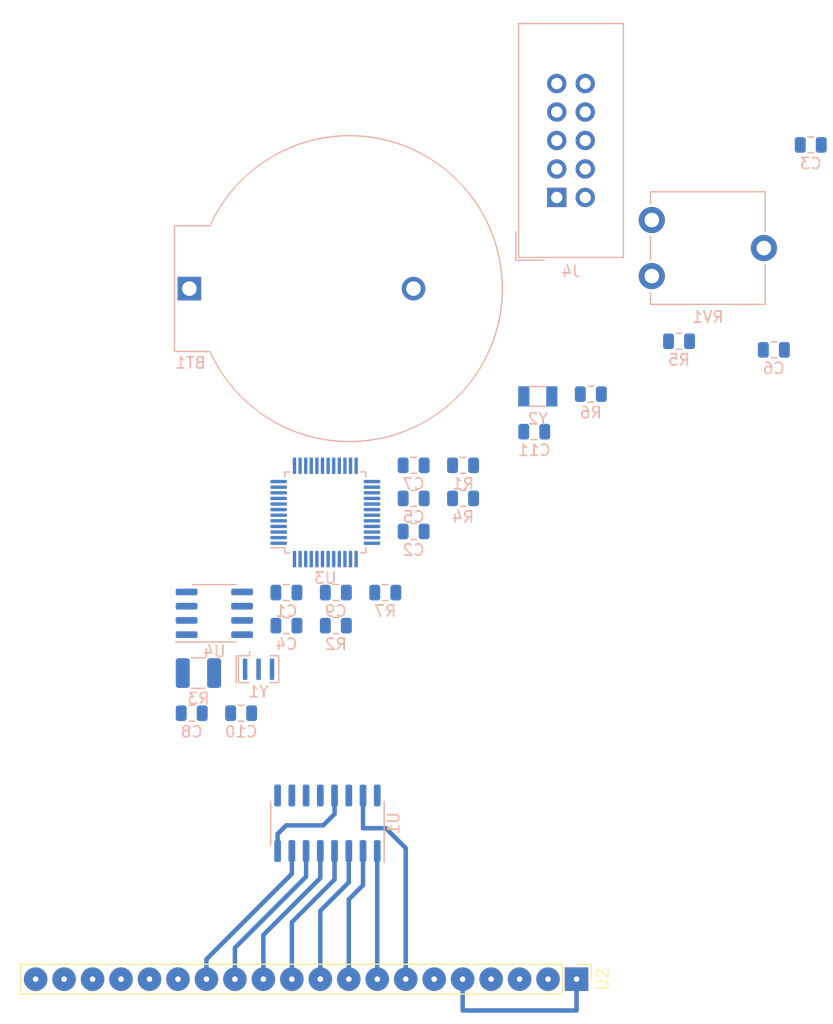
<source format=kicad_pcb>
(kicad_pcb (version 20200104) (host pcbnew "5.99.0-unknown-5eea852~100~ubuntu18.04.1")

  (general
    (thickness 1.6)
    (drawings 0)
    (tracks 32)
    (modules 27)
    (nets 59)
  )

  (page "A4")
  (layers
    (0 "F.Cu" signal)
    (31 "B.Cu" signal)
    (32 "B.Adhes" user)
    (33 "F.Adhes" user)
    (34 "B.Paste" user)
    (35 "F.Paste" user)
    (36 "B.SilkS" user)
    (37 "F.SilkS" user)
    (38 "B.Mask" user)
    (39 "F.Mask" user)
    (40 "Dwgs.User" user)
    (41 "Cmts.User" user)
    (42 "Eco1.User" user)
    (43 "Eco2.User" user)
    (44 "Edge.Cuts" user)
    (45 "Margin" user)
    (46 "B.CrtYd" user)
    (47 "F.CrtYd" user)
    (48 "B.Fab" user)
    (49 "F.Fab" user)
  )

  (setup
    (stackup
      (layer "F.SilkS" (type "Top Silk Screen"))
      (layer "F.Paste" (type "Top Solder Paste"))
      (layer "F.Mask" (type "Top Solder Mask") (color "Green") (thickness 0.01))
      (layer "F.Cu" (type "copper") (thickness 0.035))
      (layer "dielectric 1" (type "core") (thickness 1.51) (material "FR4") (epsilon_r 4.5) (loss_tangent 0.02))
      (layer "B.Cu" (type "copper") (thickness 0.035))
      (layer "B.Mask" (type "Bottom Solder Mask") (color "Green") (thickness 0.01))
      (layer "B.Paste" (type "Bottom Solder Paste"))
      (layer "B.SilkS" (type "Bottom Silk Screen"))
      (copper_finish "None")
      (dielectric_constraints no)
    )
    (last_trace_width 0.4)
    (user_trace_width 0.4)
    (trace_clearance 0.2)
    (zone_clearance 0.508)
    (zone_45_only no)
    (trace_min 0.2)
    (via_size 0.8)
    (via_drill 0.4)
    (via_min_size 0.4)
    (via_min_drill 0.3)
    (uvia_size 0.3)
    (uvia_drill 0.1)
    (uvias_allowed no)
    (uvia_min_size 0.2)
    (uvia_min_drill 0.1)
    (max_error 0.005)
    (defaults
      (edge_clearance 0.01)
      (edge_cuts_line_width 0.05)
      (courtyard_line_width 0.05)
      (copper_line_width 0.2)
      (copper_text_dims (size 1.5 1.5) (thickness 0.3))
      (silk_line_width 0.12)
      (silk_text_dims (size 1 1) (thickness 0.15))
      (other_layers_line_width 0.1)
      (other_layers_text_dims (size 1 1) (thickness 0.15))
      (dimension_units 0)
      (dimension_precision 1)
    )
    (pad_size 2.1 2.1)
    (pad_drill 0.5)
    (pad_to_mask_clearance 0.051)
    (solder_mask_min_width 0.25)
    (aux_axis_origin 0 0)
    (visible_elements FFFFFF7F)
    (pcbplotparams
      (layerselection 0x010fc_ffffffff)
      (usegerberextensions false)
      (usegerberattributes false)
      (usegerberadvancedattributes false)
      (creategerberjobfile false)
      (excludeedgelayer true)
      (linewidth 0.100000)
      (plotframeref false)
      (viasonmask false)
      (mode 1)
      (useauxorigin false)
      (hpglpennumber 1)
      (hpglpenspeed 20)
      (hpglpendiameter 15.000000)
      (psnegative false)
      (psa4output false)
      (plotreference true)
      (plotvalue true)
      (plotinvisibletext false)
      (padsonsilk false)
      (subtractmaskfromsilk false)
      (outputformat 1)
      (mirror false)
      (drillshape 1)
      (scaleselection 1)
      (outputdirectory "")
    )
  )

  (net 0 "")
  (net 1 "GND")
  (net 2 "Net-(BT1-Pad1)")
  (net 3 "+3V3")
  (net 4 "Net-(C9-Pad2)")
  (net 5 "/NRESET")
  (net 6 "Net-(C11-Pad1)")
  (net 7 "/JTDI")
  (net 8 "Net-(J4-Pad7)")
  (net 9 "/JTDO")
  (net 10 "/JTCK")
  (net 11 "/JTMS")
  (net 12 "Net-(R1-Pad2)")
  (net 13 "VCC")
  (net 14 "/OW")
  (net 15 "Net-(R3-Pad1)")
  (net 16 "Net-(R5-Pad1)")
  (net 17 "/SDA")
  (net 18 "/SCL")
  (net 19 "Net-(RV1-Pad2)")
  (net 20 "Net-(RV1-Pad3)")
  (net 21 "Net-(U1-Pad15)")
  (net 22 "/LCD_DATA")
  (net 23 "/LCD_CLK")
  (net 24 "/LCD_SHIFT")
  (net 25 "Net-(U1-Pad9)")
  (net 26 "Net-(U1-Pad7)")
  (net 27 "Net-(U1-Pad6)")
  (net 28 "Net-(U1-Pad5)")
  (net 29 "Net-(U1-Pad4)")
  (net 30 "Net-(U1-Pad3)")
  (net 31 "Net-(U1-Pad2)")
  (net 32 "Net-(U1-Pad1)")
  (net 33 "/LCD_RST")
  (net 34 "/LCD_CS2")
  (net 35 "/LCD_CS1")
  (net 36 "/LCD_E")
  (net 37 "/LCD_DI")
  (net 38 "Net-(U3-Pad41)")
  (net 39 "Net-(U3-Pad40)")
  (net 40 "Net-(U3-Pad33)")
  (net 41 "Net-(U3-Pad32)")
  (net 42 "/USART1_RX")
  (net 43 "/USART1_TX")
  (net 44 "Net-(U3-Pad29)")
  (net 45 "Net-(U3-Pad20)")
  (net 46 "Net-(U3-Pad19)")
  (net 47 "Net-(U3-Pad18)")
  (net 48 "Net-(U3-Pad16)")
  (net 49 "/KEY_RIGHT")
  (net 50 "/KEY_LEFT")
  (net 51 "/KEY_DOWN")
  (net 52 "/KEY_UP")
  (net 53 "Net-(U3-Pad11)")
  (net 54 "Net-(U3-Pad10)")
  (net 55 "Net-(U3-Pad9)")
  (net 56 "Net-(U3-Pad6)")
  (net 57 "Net-(U3-Pad5)")
  (net 58 "Net-(U3-Pad2)")

  (net_class "Default" "This is the default net class."
    (clearance 0.2)
    (trace_width 0.25)
    (via_dia 0.8)
    (via_drill 0.4)
    (uvia_dia 0.3)
    (uvia_drill 0.1)
    (add_net "+3V3")
    (add_net "/JTCK")
    (add_net "/JTDI")
    (add_net "/JTDO")
    (add_net "/JTMS")
    (add_net "/KEY_DOWN")
    (add_net "/KEY_LEFT")
    (add_net "/KEY_RIGHT")
    (add_net "/KEY_UP")
    (add_net "/LCD_CLK")
    (add_net "/LCD_CS1")
    (add_net "/LCD_CS2")
    (add_net "/LCD_DATA")
    (add_net "/LCD_DI")
    (add_net "/LCD_E")
    (add_net "/LCD_RST")
    (add_net "/LCD_SHIFT")
    (add_net "/NRESET")
    (add_net "/OW")
    (add_net "/SCL")
    (add_net "/SDA")
    (add_net "/USART1_RX")
    (add_net "/USART1_TX")
    (add_net "GND")
    (add_net "Net-(BT1-Pad1)")
    (add_net "Net-(C11-Pad1)")
    (add_net "Net-(C9-Pad2)")
    (add_net "Net-(J4-Pad7)")
    (add_net "Net-(R1-Pad2)")
    (add_net "Net-(R3-Pad1)")
    (add_net "Net-(R5-Pad1)")
    (add_net "Net-(RV1-Pad2)")
    (add_net "Net-(RV1-Pad3)")
    (add_net "Net-(U1-Pad1)")
    (add_net "Net-(U1-Pad15)")
    (add_net "Net-(U1-Pad2)")
    (add_net "Net-(U1-Pad3)")
    (add_net "Net-(U1-Pad4)")
    (add_net "Net-(U1-Pad5)")
    (add_net "Net-(U1-Pad6)")
    (add_net "Net-(U1-Pad7)")
    (add_net "Net-(U1-Pad9)")
    (add_net "Net-(U3-Pad10)")
    (add_net "Net-(U3-Pad11)")
    (add_net "Net-(U3-Pad16)")
    (add_net "Net-(U3-Pad18)")
    (add_net "Net-(U3-Pad19)")
    (add_net "Net-(U3-Pad2)")
    (add_net "Net-(U3-Pad20)")
    (add_net "Net-(U3-Pad29)")
    (add_net "Net-(U3-Pad32)")
    (add_net "Net-(U3-Pad33)")
    (add_net "Net-(U3-Pad40)")
    (add_net "Net-(U3-Pad41)")
    (add_net "Net-(U3-Pad5)")
    (add_net "Net-(U3-Pad6)")
    (add_net "Net-(U3-Pad9)")
    (add_net "VCC")
  )

  (module "Crystal:Crystal_SMD_3215-2Pin_3.2x1.5mm" (layer "B.Cu") (tedit 5A0FD1B2) (tstamp 5E263F2F)
    (at 185.776 49.616827)
    (descr "SMD Crystal FC-135 https://support.epson.biz/td/api/doc_check.php?dl=brief_FC-135R_en.pdf")
    (tags "SMD SMT Crystal")
    (path "/5E107073")
    (attr smd)
    (fp_text reference "Y2" (at 0 2) (layer "B.SilkS")
      (effects (font (size 1 1) (thickness 0.15)) (justify mirror))
    )
    (fp_text value "32678" (at 0 -2) (layer "B.Fab")
      (effects (font (size 1 1) (thickness 0.15)) (justify mirror))
    )
    (fp_text user "%R" (at 0 2) (layer "B.Fab")
      (effects (font (size 1 1) (thickness 0.15)) (justify mirror))
    )
    (fp_line (start -2 1.15) (end 2 1.15) (layer "B.CrtYd") (width 0.05))
    (fp_line (start -1.6 0.75) (end -1.6 -0.75) (layer "B.Fab") (width 0.1))
    (fp_line (start -0.675 -0.875) (end 0.675 -0.875) (layer "B.SilkS") (width 0.12))
    (fp_line (start -0.675 0.875) (end 0.675 0.875) (layer "B.SilkS") (width 0.12))
    (fp_line (start 1.6 0.75) (end 1.6 -0.75) (layer "B.Fab") (width 0.1))
    (fp_line (start -1.6 0.75) (end 1.6 0.75) (layer "B.Fab") (width 0.1))
    (fp_line (start -1.6 -0.75) (end 1.6 -0.75) (layer "B.Fab") (width 0.1))
    (fp_line (start -2 -1.15) (end 2 -1.15) (layer "B.CrtYd") (width 0.05))
    (fp_line (start -2 1.15) (end -2 -1.15) (layer "B.CrtYd") (width 0.05))
    (fp_line (start 2 1.15) (end 2 -1.15) (layer "B.CrtYd") (width 0.05))
    (pad "2" smd rect (at -1.25 0) (size 1 1.8) (layers "B.Cu" "B.Paste" "B.Mask")
      (net 4 "Net-(C9-Pad2)"))
    (pad "1" smd rect (at 1.25 0) (size 1 1.8) (layers "B.Cu" "B.Paste" "B.Mask")
      (net 6 "Net-(C11-Pad1)"))
    (model "${KISYS3DMOD}/Crystal.3dshapes/Crystal_SMD_3215-2Pin_3.2x1.5mm.wrl"
      (at (xyz 0 0 0))
      (scale (xyz 1 1 1))
      (rotate (xyz 0 0 0))
    )
  )

  (module "Crystal:Resonator_SMD_muRata_CSTxExxV-3Pin_3.0x1.1mm" (layer "B.Cu") (tedit 5AD358ED) (tstamp 5E263F1E)
    (at 160.861 73.951827)
    (descr "SMD Resomator/Filter Murata CSTCE, https://www.murata.com/en-eu/products/productdata/8801162264606/SPEC-CSTNE16M0VH3C000R0.pdf")
    (tags "SMD SMT ceramic resonator filter")
    (path "/5DF5AF44")
    (attr smd)
    (fp_text reference "Y1" (at 0 2) (layer "B.SilkS")
      (effects (font (size 1 1) (thickness 0.15)) (justify mirror))
    )
    (fp_text value "8MHz" (at 0 -1.8) (layer "B.Fab")
      (effects (font (size 0.2 0.2) (thickness 0.03)) (justify mirror))
    )
    (fp_text user "%R" (at 0.1 0.05) (layer "B.Fab")
      (effects (font (size 0.6 0.6) (thickness 0.08)) (justify mirror))
    )
    (fp_line (start 1.8 -1.2) (end 1 -1.2) (layer "B.SilkS") (width 0.12))
    (fp_line (start 1.8 1.2) (end 1.8 -0.8) (layer "B.SilkS") (width 0.12))
    (fp_line (start 1 1.2) (end 1.8 1.2) (layer "B.SilkS") (width 0.12))
    (fp_line (start -1.8 1.2) (end -0.8 1.2) (layer "B.SilkS") (width 0.12))
    (fp_line (start -1.8 -0.8) (end -1.8 1.2) (layer "B.SilkS") (width 0.12))
    (fp_line (start -0.8 -1.2) (end -1.8 -1.2) (layer "B.SilkS") (width 0.12))
    (fp_line (start -0.8 -1.2) (end -0.8 -1.6) (layer "B.SilkS") (width 0.12))
    (fp_line (start -2 1.2) (end -2 -0.8) (layer "B.SilkS") (width 0.12))
    (fp_line (start 1.8 -0.8) (end 1.8 -1.2) (layer "B.SilkS") (width 0.12))
    (fp_line (start -1.8 -0.8) (end -1.8 -1.2) (layer "B.SilkS") (width 0.12))
    (fp_line (start -2 -0.8) (end -2 -1.2) (layer "B.SilkS") (width 0.12))
    (fp_line (start 1.5 -0.8) (end 1.5 0.8) (layer "B.Fab") (width 0.1))
    (fp_line (start 1.5 0.8) (end -1.5 0.8) (layer "B.Fab") (width 0.1))
    (fp_line (start -1 -0.8) (end -1.5 -0.3) (layer "B.Fab") (width 0.1))
    (fp_line (start -1 -0.8) (end 1.5 -0.8) (layer "B.Fab") (width 0.1))
    (fp_line (start -1.5 -0.3) (end -1.5 0.8) (layer "B.Fab") (width 0.1))
    (fp_line (start 1.75 -1.2) (end -1.75 -1.2) (layer "B.CrtYd") (width 0.05))
    (fp_line (start -1.75 1.2) (end 1.75 1.2) (layer "B.CrtYd") (width 0.05))
    (fp_line (start 1.75 1.2) (end 1.75 -1.2) (layer "B.CrtYd") (width 0.05))
    (fp_line (start -1.75 -1.2) (end -1.75 1.2) (layer "B.CrtYd") (width 0.05))
    (pad "3" smd rect (at 1.2 0) (size 0.4 1.9) (layers "B.Cu" "B.Paste" "B.Mask")
      (net 56 "Net-(U3-Pad6)"))
    (pad "2" smd rect (at 0 0) (size 0.4 1.9) (layers "B.Cu" "B.Paste" "B.Mask")
      (net 1 "GND"))
    (pad "1" smd rect (at -1.2 0) (size 0.4 1.9) (layers "B.Cu" "B.Paste" "B.Mask")
      (net 57 "Net-(U3-Pad5)"))
    (model "${KISYS3DMOD}/Crystal.3dshapes/Resonator_SMD_muRata_CSTxExxV-3Pin_3.0x1.1mm.wrl"
      (at (xyz 0 0 0))
      (scale (xyz 1 1 1))
      (rotate (xyz 0 0 0))
    )
  )

  (module "Package_SO:SOIC-8_3.9x4.9mm_P1.27mm" (layer "B.Cu") (tedit 5D9F72B1) (tstamp 5E263F02)
    (at 156.916 68.966827)
    (descr "SOIC, 8 Pin (JEDEC MS-012AA, https://www.analog.com/media/en/package-pcb-resources/package/pkg_pdf/soic_narrow-r/r_8.pdf), generated with kicad-footprint-generator ipc_gullwing_generator.py")
    (tags "SOIC SO")
    (path "/5DFD159D")
    (attr smd)
    (fp_text reference "U4" (at 0 3.4) (layer "B.SilkS")
      (effects (font (size 1 1) (thickness 0.15)) (justify mirror))
    )
    (fp_text value "FM24C64B" (at 0 -3.4) (layer "B.Fab")
      (effects (font (size 1 1) (thickness 0.15)) (justify mirror))
    )
    (fp_line (start 0 -2.56) (end 1.95 -2.56) (layer "B.SilkS") (width 0.12))
    (fp_line (start 0 -2.56) (end -1.95 -2.56) (layer "B.SilkS") (width 0.12))
    (fp_line (start 0 2.56) (end 1.95 2.56) (layer "B.SilkS") (width 0.12))
    (fp_line (start 0 2.56) (end -3.45 2.56) (layer "B.SilkS") (width 0.12))
    (fp_line (start -0.975 2.45) (end 1.95 2.45) (layer "B.Fab") (width 0.1))
    (fp_line (start 1.95 2.45) (end 1.95 -2.45) (layer "B.Fab") (width 0.1))
    (fp_line (start 1.95 -2.45) (end -1.95 -2.45) (layer "B.Fab") (width 0.1))
    (fp_line (start -1.95 -2.45) (end -1.95 1.475) (layer "B.Fab") (width 0.1))
    (fp_line (start -1.95 1.475) (end -0.975 2.45) (layer "B.Fab") (width 0.1))
    (fp_line (start -3.7 2.7) (end -3.7 -2.7) (layer "B.CrtYd") (width 0.05))
    (fp_line (start -3.7 -2.7) (end 3.7 -2.7) (layer "B.CrtYd") (width 0.05))
    (fp_line (start 3.7 -2.7) (end 3.7 2.7) (layer "B.CrtYd") (width 0.05))
    (fp_line (start 3.7 2.7) (end -3.7 2.7) (layer "B.CrtYd") (width 0.05))
    (fp_text user "%R" (at 0 0) (layer "B.Fab")
      (effects (font (size 0.98 0.98) (thickness 0.15)) (justify mirror))
    )
    (pad "8" smd roundrect (at 2.475 1.905) (size 1.95 0.6) (layers "B.Cu" "B.Paste" "B.Mask") (roundrect_rratio 0.25)
      (net 3 "+3V3"))
    (pad "7" smd roundrect (at 2.475 0.635) (size 1.95 0.6) (layers "B.Cu" "B.Paste" "B.Mask") (roundrect_rratio 0.25)
      (net 1 "GND"))
    (pad "6" smd roundrect (at 2.475 -0.635) (size 1.95 0.6) (layers "B.Cu" "B.Paste" "B.Mask") (roundrect_rratio 0.25)
      (net 18 "/SCL"))
    (pad "5" smd roundrect (at 2.475 -1.905) (size 1.95 0.6) (layers "B.Cu" "B.Paste" "B.Mask") (roundrect_rratio 0.25)
      (net 17 "/SDA"))
    (pad "4" smd roundrect (at -2.475 -1.905) (size 1.95 0.6) (layers "B.Cu" "B.Paste" "B.Mask") (roundrect_rratio 0.25)
      (net 1 "GND"))
    (pad "3" smd roundrect (at -2.475 -0.635) (size 1.95 0.6) (layers "B.Cu" "B.Paste" "B.Mask") (roundrect_rratio 0.25)
      (net 1 "GND"))
    (pad "2" smd roundrect (at -2.475 0.635) (size 1.95 0.6) (layers "B.Cu" "B.Paste" "B.Mask") (roundrect_rratio 0.25)
      (net 1 "GND"))
    (pad "1" smd roundrect (at -2.475 1.905) (size 1.95 0.6) (layers "B.Cu" "B.Paste" "B.Mask") (roundrect_rratio 0.25)
      (net 1 "GND"))
    (model "${KISYS3DMOD}/Package_SO.3dshapes/SOIC-8_3.9x4.9mm_P1.27mm.wrl"
      (at (xyz 0 0 0))
      (scale (xyz 1 1 1))
      (rotate (xyz 0 0 0))
    )
  )

  (module "Package_QFP:LQFP-48_7x7mm_P0.5mm" (layer "B.Cu") (tedit 5D9F72AF) (tstamp 5E263EE8)
    (at 166.816 59.966827)
    (descr "LQFP, 48 Pin (https://www.analog.com/media/en/technical-documentation/data-sheets/ltc2358-16.pdf), generated with kicad-footprint-generator ipc_gullwing_generator.py")
    (tags "LQFP QFP")
    (path "/5DF5432A")
    (attr smd)
    (fp_text reference "U3" (at 0 5.85) (layer "B.SilkS")
      (effects (font (size 1 1) (thickness 0.15)) (justify mirror))
    )
    (fp_text value "STM32F103C8Tx" (at 0 -5.85) (layer "B.Fab")
      (effects (font (size 1 1) (thickness 0.15)) (justify mirror))
    )
    (fp_line (start 3.16 -3.61) (end 3.61 -3.61) (layer "B.SilkS") (width 0.12))
    (fp_line (start 3.61 -3.61) (end 3.61 -3.16) (layer "B.SilkS") (width 0.12))
    (fp_line (start -3.16 -3.61) (end -3.61 -3.61) (layer "B.SilkS") (width 0.12))
    (fp_line (start -3.61 -3.61) (end -3.61 -3.16) (layer "B.SilkS") (width 0.12))
    (fp_line (start 3.16 3.61) (end 3.61 3.61) (layer "B.SilkS") (width 0.12))
    (fp_line (start 3.61 3.61) (end 3.61 3.16) (layer "B.SilkS") (width 0.12))
    (fp_line (start -3.16 3.61) (end -3.61 3.61) (layer "B.SilkS") (width 0.12))
    (fp_line (start -3.61 3.61) (end -3.61 3.16) (layer "B.SilkS") (width 0.12))
    (fp_line (start -3.61 3.16) (end -4.9 3.16) (layer "B.SilkS") (width 0.12))
    (fp_line (start -2.5 3.5) (end 3.5 3.5) (layer "B.Fab") (width 0.1))
    (fp_line (start 3.5 3.5) (end 3.5 -3.5) (layer "B.Fab") (width 0.1))
    (fp_line (start 3.5 -3.5) (end -3.5 -3.5) (layer "B.Fab") (width 0.1))
    (fp_line (start -3.5 -3.5) (end -3.5 2.5) (layer "B.Fab") (width 0.1))
    (fp_line (start -3.5 2.5) (end -2.5 3.5) (layer "B.Fab") (width 0.1))
    (fp_line (start 0 5.15) (end -3.15 5.15) (layer "B.CrtYd") (width 0.05))
    (fp_line (start -3.15 5.15) (end -3.15 3.75) (layer "B.CrtYd") (width 0.05))
    (fp_line (start -3.15 3.75) (end -3.75 3.75) (layer "B.CrtYd") (width 0.05))
    (fp_line (start -3.75 3.75) (end -3.75 3.15) (layer "B.CrtYd") (width 0.05))
    (fp_line (start -3.75 3.15) (end -5.15 3.15) (layer "B.CrtYd") (width 0.05))
    (fp_line (start -5.15 3.15) (end -5.15 0) (layer "B.CrtYd") (width 0.05))
    (fp_line (start 0 5.15) (end 3.15 5.15) (layer "B.CrtYd") (width 0.05))
    (fp_line (start 3.15 5.15) (end 3.15 3.75) (layer "B.CrtYd") (width 0.05))
    (fp_line (start 3.15 3.75) (end 3.75 3.75) (layer "B.CrtYd") (width 0.05))
    (fp_line (start 3.75 3.75) (end 3.75 3.15) (layer "B.CrtYd") (width 0.05))
    (fp_line (start 3.75 3.15) (end 5.15 3.15) (layer "B.CrtYd") (width 0.05))
    (fp_line (start 5.15 3.15) (end 5.15 0) (layer "B.CrtYd") (width 0.05))
    (fp_line (start 0 -5.15) (end -3.15 -5.15) (layer "B.CrtYd") (width 0.05))
    (fp_line (start -3.15 -5.15) (end -3.15 -3.75) (layer "B.CrtYd") (width 0.05))
    (fp_line (start -3.15 -3.75) (end -3.75 -3.75) (layer "B.CrtYd") (width 0.05))
    (fp_line (start -3.75 -3.75) (end -3.75 -3.15) (layer "B.CrtYd") (width 0.05))
    (fp_line (start -3.75 -3.15) (end -5.15 -3.15) (layer "B.CrtYd") (width 0.05))
    (fp_line (start -5.15 -3.15) (end -5.15 0) (layer "B.CrtYd") (width 0.05))
    (fp_line (start 0 -5.15) (end 3.15 -5.15) (layer "B.CrtYd") (width 0.05))
    (fp_line (start 3.15 -5.15) (end 3.15 -3.75) (layer "B.CrtYd") (width 0.05))
    (fp_line (start 3.15 -3.75) (end 3.75 -3.75) (layer "B.CrtYd") (width 0.05))
    (fp_line (start 3.75 -3.75) (end 3.75 -3.15) (layer "B.CrtYd") (width 0.05))
    (fp_line (start 3.75 -3.15) (end 5.15 -3.15) (layer "B.CrtYd") (width 0.05))
    (fp_line (start 5.15 -3.15) (end 5.15 0) (layer "B.CrtYd") (width 0.05))
    (fp_text user "%R" (at 0 0) (layer "B.Fab")
      (effects (font (size 1 1) (thickness 0.15)) (justify mirror))
    )
    (pad "48" smd roundrect (at -2.75 4.1625) (size 0.3 1.475) (layers "B.Cu" "B.Paste" "B.Mask") (roundrect_rratio 0.25)
      (net 3 "+3V3"))
    (pad "47" smd roundrect (at -2.25 4.1625) (size 0.3 1.475) (layers "B.Cu" "B.Paste" "B.Mask") (roundrect_rratio 0.25)
      (net 1 "GND"))
    (pad "46" smd roundrect (at -1.75 4.1625) (size 0.3 1.475) (layers "B.Cu" "B.Paste" "B.Mask") (roundrect_rratio 0.25)
      (net 34 "/LCD_CS2"))
    (pad "45" smd roundrect (at -1.25 4.1625) (size 0.3 1.475) (layers "B.Cu" "B.Paste" "B.Mask") (roundrect_rratio 0.25)
      (net 35 "/LCD_CS1"))
    (pad "44" smd roundrect (at -0.75 4.1625) (size 0.3 1.475) (layers "B.Cu" "B.Paste" "B.Mask") (roundrect_rratio 0.25)
      (net 16 "Net-(R5-Pad1)"))
    (pad "43" smd roundrect (at -0.25 4.1625) (size 0.3 1.475) (layers "B.Cu" "B.Paste" "B.Mask") (roundrect_rratio 0.25)
      (net 17 "/SDA"))
    (pad "42" smd roundrect (at 0.25 4.1625) (size 0.3 1.475) (layers "B.Cu" "B.Paste" "B.Mask") (roundrect_rratio 0.25)
      (net 18 "/SCL"))
    (pad "41" smd roundrect (at 0.75 4.1625) (size 0.3 1.475) (layers "B.Cu" "B.Paste" "B.Mask") (roundrect_rratio 0.25)
      (net 38 "Net-(U3-Pad41)"))
    (pad "40" smd roundrect (at 1.25 4.1625) (size 0.3 1.475) (layers "B.Cu" "B.Paste" "B.Mask") (roundrect_rratio 0.25)
      (net 39 "Net-(U3-Pad40)"))
    (pad "39" smd roundrect (at 1.75 4.1625) (size 0.3 1.475) (layers "B.Cu" "B.Paste" "B.Mask") (roundrect_rratio 0.25)
      (net 9 "/JTDO"))
    (pad "38" smd roundrect (at 2.25 4.1625) (size 0.3 1.475) (layers "B.Cu" "B.Paste" "B.Mask") (roundrect_rratio 0.25)
      (net 7 "/JTDI"))
    (pad "37" smd roundrect (at 2.75 4.1625) (size 0.3 1.475) (layers "B.Cu" "B.Paste" "B.Mask") (roundrect_rratio 0.25)
      (net 10 "/JTCK"))
    (pad "36" smd roundrect (at 4.1625 2.75) (size 1.475 0.3) (layers "B.Cu" "B.Paste" "B.Mask") (roundrect_rratio 0.25)
      (net 3 "+3V3"))
    (pad "35" smd roundrect (at 4.1625 2.25) (size 1.475 0.3) (layers "B.Cu" "B.Paste" "B.Mask") (roundrect_rratio 0.25)
      (net 1 "GND"))
    (pad "34" smd roundrect (at 4.1625 1.75) (size 1.475 0.3) (layers "B.Cu" "B.Paste" "B.Mask") (roundrect_rratio 0.25)
      (net 11 "/JTMS"))
    (pad "33" smd roundrect (at 4.1625 1.25) (size 1.475 0.3) (layers "B.Cu" "B.Paste" "B.Mask") (roundrect_rratio 0.25)
      (net 40 "Net-(U3-Pad33)"))
    (pad "32" smd roundrect (at 4.1625 0.75) (size 1.475 0.3) (layers "B.Cu" "B.Paste" "B.Mask") (roundrect_rratio 0.25)
      (net 41 "Net-(U3-Pad32)"))
    (pad "31" smd roundrect (at 4.1625 0.25) (size 1.475 0.3) (layers "B.Cu" "B.Paste" "B.Mask") (roundrect_rratio 0.25)
      (net 42 "/USART1_RX"))
    (pad "30" smd roundrect (at 4.1625 -0.25) (size 1.475 0.3) (layers "B.Cu" "B.Paste" "B.Mask") (roundrect_rratio 0.25)
      (net 43 "/USART1_TX"))
    (pad "29" smd roundrect (at 4.1625 -0.75) (size 1.475 0.3) (layers "B.Cu" "B.Paste" "B.Mask") (roundrect_rratio 0.25)
      (net 44 "Net-(U3-Pad29)"))
    (pad "28" smd roundrect (at 4.1625 -1.25) (size 1.475 0.3) (layers "B.Cu" "B.Paste" "B.Mask") (roundrect_rratio 0.25)
      (net 22 "/LCD_DATA"))
    (pad "27" smd roundrect (at 4.1625 -1.75) (size 1.475 0.3) (layers "B.Cu" "B.Paste" "B.Mask") (roundrect_rratio 0.25)
      (net 36 "/LCD_E"))
    (pad "26" smd roundrect (at 4.1625 -2.25) (size 1.475 0.3) (layers "B.Cu" "B.Paste" "B.Mask") (roundrect_rratio 0.25)
      (net 24 "/LCD_SHIFT"))
    (pad "25" smd roundrect (at 4.1625 -2.75) (size 1.475 0.3) (layers "B.Cu" "B.Paste" "B.Mask") (roundrect_rratio 0.25)
      (net 23 "/LCD_CLK"))
    (pad "24" smd roundrect (at 2.75 -4.1625) (size 0.3 1.475) (layers "B.Cu" "B.Paste" "B.Mask") (roundrect_rratio 0.25)
      (net 3 "+3V3"))
    (pad "23" smd roundrect (at 2.25 -4.1625) (size 0.3 1.475) (layers "B.Cu" "B.Paste" "B.Mask") (roundrect_rratio 0.25)
      (net 1 "GND"))
    (pad "22" smd roundrect (at 1.75 -4.1625) (size 0.3 1.475) (layers "B.Cu" "B.Paste" "B.Mask") (roundrect_rratio 0.25)
      (net 37 "/LCD_DI"))
    (pad "21" smd roundrect (at 1.25 -4.1625) (size 0.3 1.475) (layers "B.Cu" "B.Paste" "B.Mask") (roundrect_rratio 0.25)
      (net 33 "/LCD_RST"))
    (pad "20" smd roundrect (at 0.75 -4.1625) (size 0.3 1.475) (layers "B.Cu" "B.Paste" "B.Mask") (roundrect_rratio 0.25)
      (net 45 "Net-(U3-Pad20)"))
    (pad "19" smd roundrect (at 0.25 -4.1625) (size 0.3 1.475) (layers "B.Cu" "B.Paste" "B.Mask") (roundrect_rratio 0.25)
      (net 46 "Net-(U3-Pad19)"))
    (pad "18" smd roundrect (at -0.25 -4.1625) (size 0.3 1.475) (layers "B.Cu" "B.Paste" "B.Mask") (roundrect_rratio 0.25)
      (net 47 "Net-(U3-Pad18)"))
    (pad "17" smd roundrect (at -0.75 -4.1625) (size 0.3 1.475) (layers "B.Cu" "B.Paste" "B.Mask") (roundrect_rratio 0.25)
      (net 14 "/OW"))
    (pad "16" smd roundrect (at -1.25 -4.1625) (size 0.3 1.475) (layers "B.Cu" "B.Paste" "B.Mask") (roundrect_rratio 0.25)
      (net 48 "Net-(U3-Pad16)"))
    (pad "15" smd roundrect (at -1.75 -4.1625) (size 0.3 1.475) (layers "B.Cu" "B.Paste" "B.Mask") (roundrect_rratio 0.25)
      (net 49 "/KEY_RIGHT"))
    (pad "14" smd roundrect (at -2.25 -4.1625) (size 0.3 1.475) (layers "B.Cu" "B.Paste" "B.Mask") (roundrect_rratio 0.25)
      (net 50 "/KEY_LEFT"))
    (pad "13" smd roundrect (at -2.75 -4.1625) (size 0.3 1.475) (layers "B.Cu" "B.Paste" "B.Mask") (roundrect_rratio 0.25)
      (net 51 "/KEY_DOWN"))
    (pad "12" smd roundrect (at -4.1625 -2.75) (size 1.475 0.3) (layers "B.Cu" "B.Paste" "B.Mask") (roundrect_rratio 0.25)
      (net 52 "/KEY_UP"))
    (pad "11" smd roundrect (at -4.1625 -2.25) (size 1.475 0.3) (layers "B.Cu" "B.Paste" "B.Mask") (roundrect_rratio 0.25)
      (net 53 "Net-(U3-Pad11)"))
    (pad "10" smd roundrect (at -4.1625 -1.75) (size 1.475 0.3) (layers "B.Cu" "B.Paste" "B.Mask") (roundrect_rratio 0.25)
      (net 54 "Net-(U3-Pad10)"))
    (pad "9" smd roundrect (at -4.1625 -1.25) (size 1.475 0.3) (layers "B.Cu" "B.Paste" "B.Mask") (roundrect_rratio 0.25)
      (net 55 "Net-(U3-Pad9)"))
    (pad "8" smd roundrect (at -4.1625 -0.75) (size 1.475 0.3) (layers "B.Cu" "B.Paste" "B.Mask") (roundrect_rratio 0.25)
      (net 1 "GND"))
    (pad "7" smd roundrect (at -4.1625 -0.25) (size 1.475 0.3) (layers "B.Cu" "B.Paste" "B.Mask") (roundrect_rratio 0.25)
      (net 5 "/NRESET"))
    (pad "6" smd roundrect (at -4.1625 0.25) (size 1.475 0.3) (layers "B.Cu" "B.Paste" "B.Mask") (roundrect_rratio 0.25)
      (net 56 "Net-(U3-Pad6)"))
    (pad "5" smd roundrect (at -4.1625 0.75) (size 1.475 0.3) (layers "B.Cu" "B.Paste" "B.Mask") (roundrect_rratio 0.25)
      (net 57 "Net-(U3-Pad5)"))
    (pad "4" smd roundrect (at -4.1625 1.25) (size 1.475 0.3) (layers "B.Cu" "B.Paste" "B.Mask") (roundrect_rratio 0.25)
      (net 6 "Net-(C11-Pad1)"))
    (pad "3" smd roundrect (at -4.1625 1.75) (size 1.475 0.3) (layers "B.Cu" "B.Paste" "B.Mask") (roundrect_rratio 0.25)
      (net 4 "Net-(C9-Pad2)"))
    (pad "2" smd roundrect (at -4.1625 2.25) (size 1.475 0.3) (layers "B.Cu" "B.Paste" "B.Mask") (roundrect_rratio 0.25)
      (net 58 "Net-(U3-Pad2)"))
    (pad "1" smd roundrect (at -4.1625 2.75) (size 1.475 0.3) (layers "B.Cu" "B.Paste" "B.Mask") (roundrect_rratio 0.25)
      (net 2 "Net-(BT1-Pad1)"))
    (model "${KISYS3DMOD}/Package_QFP.3dshapes/LQFP-48_7x7mm_P0.5mm.wrl"
      (at (xyz 0 0 0))
      (scale (xyz 1 1 1))
      (rotate (xyz 0 0 0))
    )
  )

  (module "Connector_PinHeader_2.54mm:PinHeader_1x20_P2.54mm_Vertical" (layer "F.Cu") (tedit 5E260E9A) (tstamp 5E263E8D)
    (at 189.23 101.6 -90)
    (descr "Through hole straight pin header, 1x20, 2.54mm pitch, single row")
    (tags "Through hole pin header THT 1x20 2.54mm single row")
    (path "/5E2A8ECE")
    (fp_text reference "U2" (at 0 -2.33 90) (layer "F.SilkS")
      (effects (font (size 1 1) (thickness 0.15)))
    )
    (fp_text value "WG12864A" (at 0 50.59 90) (layer "F.Fab")
      (effects (font (size 1 1) (thickness 0.15)))
    )
    (fp_line (start -0.635 -1.27) (end 1.27 -1.27) (layer "F.Fab") (width 0.1))
    (fp_line (start 1.27 -1.27) (end 1.27 49.53) (layer "F.Fab") (width 0.1))
    (fp_line (start 1.27 49.53) (end -1.27 49.53) (layer "F.Fab") (width 0.1))
    (fp_line (start -1.27 49.53) (end -1.27 -0.635) (layer "F.Fab") (width 0.1))
    (fp_line (start -1.27 -0.635) (end -0.635 -1.27) (layer "F.Fab") (width 0.1))
    (fp_line (start -1.33 49.59) (end 1.33 49.59) (layer "F.SilkS") (width 0.12))
    (fp_line (start -1.33 1.27) (end -1.33 49.59) (layer "F.SilkS") (width 0.12))
    (fp_line (start 1.33 1.27) (end 1.33 49.59) (layer "F.SilkS") (width 0.12))
    (fp_line (start -1.33 1.27) (end 1.33 1.27) (layer "F.SilkS") (width 0.12))
    (fp_line (start -1.33 0) (end -1.33 -1.33) (layer "F.SilkS") (width 0.12))
    (fp_line (start -1.33 -1.33) (end 0 -1.33) (layer "F.SilkS") (width 0.12))
    (fp_line (start -1.8 -1.8) (end -1.8 50.05) (layer "F.CrtYd") (width 0.05))
    (fp_line (start -1.8 50.05) (end 1.8 50.05) (layer "F.CrtYd") (width 0.05))
    (fp_line (start 1.8 50.05) (end 1.8 -1.8) (layer "F.CrtYd") (width 0.05))
    (fp_line (start 1.8 -1.8) (end -1.8 -1.8) (layer "F.CrtYd") (width 0.05))
    (fp_text user "%R" (at 0 24.13) (layer "F.Fab")
      (effects (font (size 1 1) (thickness 0.15)))
    )
    (pad "20" thru_hole oval (at 0 48.26 270) (size 2.1 2.1) (drill 0.5) (layers *.Cu *.Mask)
      (net 15 "Net-(R3-Pad1)"))
    (pad "19" thru_hole oval (at 0 45.72 270) (size 2.1 2.1) (drill 0.5) (layers *.Cu *.Mask)
      (net 13 "VCC"))
    (pad "18" thru_hole oval (at 0 43.18 270) (size 2.1 2.1) (drill 0.5) (layers *.Cu *.Mask)
      (net 20 "Net-(RV1-Pad3)"))
    (pad "17" thru_hole oval (at 0 40.64 270) (size 2.1 2.1) (drill 0.5) (layers *.Cu *.Mask)
      (net 33 "/LCD_RST"))
    (pad "16" thru_hole oval (at 0 38.1 270) (size 2.1 2.1) (drill 0.5) (layers *.Cu *.Mask)
      (net 34 "/LCD_CS2"))
    (pad "15" thru_hole oval (at 0 35.56 270) (size 2.1 2.1) (drill 0.5) (layers *.Cu *.Mask)
      (net 35 "/LCD_CS1"))
    (pad "14" thru_hole oval (at 0 33.02 270) (size 2.1 2.1) (drill 0.5) (layers *.Cu *.Mask)
      (net 26 "Net-(U1-Pad7)"))
    (pad "13" thru_hole oval (at 0 30.48 270) (size 2.1 2.1) (drill 0.5) (layers *.Cu *.Mask)
      (net 27 "Net-(U1-Pad6)"))
    (pad "12" thru_hole oval (at 0 27.94 270) (size 2.1 2.1) (drill 0.5) (layers *.Cu *.Mask)
      (net 28 "Net-(U1-Pad5)"))
    (pad "11" thru_hole oval (at 0 25.4 270) (size 2.1 2.1) (drill 0.5) (layers *.Cu *.Mask)
      (net 29 "Net-(U1-Pad4)"))
    (pad "10" thru_hole oval (at 0 22.86 270) (size 2.1 2.1) (drill 0.5) (layers *.Cu *.Mask)
      (net 30 "Net-(U1-Pad3)"))
    (pad "9" thru_hole oval (at 0 20.32 270) (size 2.1 2.1) (drill 0.5) (layers *.Cu *.Mask)
      (net 31 "Net-(U1-Pad2)"))
    (pad "8" thru_hole oval (at 0 17.78 270) (size 2.1 2.1) (drill 0.5) (layers *.Cu *.Mask)
      (net 32 "Net-(U1-Pad1)"))
    (pad "7" thru_hole oval (at 0 15.24 270) (size 2.1 2.1) (drill 0.5) (layers *.Cu *.Mask)
      (net 21 "Net-(U1-Pad15)"))
    (pad "6" thru_hole oval (at 0 12.7 270) (size 2.1 2.1) (drill 0.5) (layers *.Cu *.Mask)
      (net 36 "/LCD_E"))
    (pad "5" thru_hole oval (at 0 10.16 270) (size 2.1 2.1) (drill 0.5) (layers *.Cu *.Mask)
      (net 1 "GND"))
    (pad "4" thru_hole oval (at 0 7.62 270) (size 2.1 2.1) (drill 0.5) (layers *.Cu *.Mask)
      (net 37 "/LCD_DI"))
    (pad "3" thru_hole oval (at 0 5.08 270) (size 2.1 2.1) (drill 0.5) (layers *.Cu *.Mask)
      (net 19 "Net-(RV1-Pad2)"))
    (pad "2" thru_hole oval (at 0 2.54 270) (size 2.1 2.1) (drill 0.5) (layers *.Cu *.Mask)
      (net 13 "VCC"))
    (pad "1" thru_hole rect (at 0 0 270) (size 2.1 2.1) (drill 0.5) (layers *.Cu *.Mask)
      (net 1 "GND"))
    (model "${KISYS3DMOD}/Connector_PinHeader_2.54mm.3dshapes/PinHeader_1x20_P2.54mm_Vertical.wrl"
      (at (xyz 0 0 0))
      (scale (xyz 1 1 1))
      (rotate (xyz 0 0 0))
    )
  )

  (module "Package_SO:SOIC-16_3.9x9.9mm_P1.27mm" (layer "B.Cu") (tedit 5D9F72B1) (tstamp 5E263E65)
    (at 167.005 87.695 90)
    (descr "SOIC, 16 Pin (JEDEC MS-012AC, https://www.analog.com/media/en/package-pcb-resources/package/pkg_pdf/soic_narrow-r/r_16.pdf), generated with kicad-footprint-generator ipc_gullwing_generator.py")
    (tags "SOIC SO")
    (path "/5E2D703C")
    (attr smd)
    (fp_text reference "U1" (at 0 5.9 -90) (layer "B.SilkS")
      (effects (font (size 1 1) (thickness 0.15)) (justify mirror))
    )
    (fp_text value "74HC595" (at 0 -5.9 -90) (layer "B.Fab")
      (effects (font (size 1 1) (thickness 0.15)) (justify mirror))
    )
    (fp_line (start 0 -5.06) (end 1.95 -5.06) (layer "B.SilkS") (width 0.12))
    (fp_line (start 0 -5.06) (end -1.95 -5.06) (layer "B.SilkS") (width 0.12))
    (fp_line (start 0 5.06) (end 1.95 5.06) (layer "B.SilkS") (width 0.12))
    (fp_line (start 0 5.06) (end -3.45 5.06) (layer "B.SilkS") (width 0.12))
    (fp_line (start -0.975 4.95) (end 1.95 4.95) (layer "B.Fab") (width 0.1))
    (fp_line (start 1.95 4.95) (end 1.95 -4.95) (layer "B.Fab") (width 0.1))
    (fp_line (start 1.95 -4.95) (end -1.95 -4.95) (layer "B.Fab") (width 0.1))
    (fp_line (start -1.95 -4.95) (end -1.95 3.975) (layer "B.Fab") (width 0.1))
    (fp_line (start -1.95 3.975) (end -0.975 4.95) (layer "B.Fab") (width 0.1))
    (fp_line (start -3.7 5.2) (end -3.7 -5.2) (layer "B.CrtYd") (width 0.05))
    (fp_line (start -3.7 -5.2) (end 3.7 -5.2) (layer "B.CrtYd") (width 0.05))
    (fp_line (start 3.7 -5.2) (end 3.7 5.2) (layer "B.CrtYd") (width 0.05))
    (fp_line (start 3.7 5.2) (end -3.7 5.2) (layer "B.CrtYd") (width 0.05))
    (fp_text user "%R" (at 0 0 -90) (layer "B.Fab")
      (effects (font (size 0.98 0.98) (thickness 0.15)) (justify mirror))
    )
    (pad "16" smd roundrect (at 2.475 4.445 90) (size 1.95 0.6) (layers "B.Cu" "B.Paste" "B.Mask") (roundrect_rratio 0.25)
      (net 13 "VCC"))
    (pad "15" smd roundrect (at 2.475 3.175 90) (size 1.95 0.6) (layers "B.Cu" "B.Paste" "B.Mask") (roundrect_rratio 0.25)
      (net 21 "Net-(U1-Pad15)"))
    (pad "14" smd roundrect (at 2.475 1.905 90) (size 1.95 0.6) (layers "B.Cu" "B.Paste" "B.Mask") (roundrect_rratio 0.25)
      (net 22 "/LCD_DATA"))
    (pad "13" smd roundrect (at 2.475 0.635 90) (size 1.95 0.6) (layers "B.Cu" "B.Paste" "B.Mask") (roundrect_rratio 0.25)
      (net 1 "GND"))
    (pad "12" smd roundrect (at 2.475 -0.635 90) (size 1.95 0.6) (layers "B.Cu" "B.Paste" "B.Mask") (roundrect_rratio 0.25)
      (net 23 "/LCD_CLK"))
    (pad "11" smd roundrect (at 2.475 -1.905 90) (size 1.95 0.6) (layers "B.Cu" "B.Paste" "B.Mask") (roundrect_rratio 0.25)
      (net 24 "/LCD_SHIFT"))
    (pad "10" smd roundrect (at 2.475 -3.175 90) (size 1.95 0.6) (layers "B.Cu" "B.Paste" "B.Mask") (roundrect_rratio 0.25)
      (net 12 "Net-(R1-Pad2)"))
    (pad "9" smd roundrect (at 2.475 -4.445 90) (size 1.95 0.6) (layers "B.Cu" "B.Paste" "B.Mask") (roundrect_rratio 0.25)
      (net 25 "Net-(U1-Pad9)"))
    (pad "8" smd roundrect (at -2.475 -4.445 90) (size 1.95 0.6) (layers "B.Cu" "B.Paste" "B.Mask") (roundrect_rratio 0.25)
      (net 1 "GND"))
    (pad "7" smd roundrect (at -2.475 -3.175 90) (size 1.95 0.6) (layers "B.Cu" "B.Paste" "B.Mask") (roundrect_rratio 0.25)
      (net 26 "Net-(U1-Pad7)"))
    (pad "6" smd roundrect (at -2.475 -1.905 90) (size 1.95 0.6) (layers "B.Cu" "B.Paste" "B.Mask") (roundrect_rratio 0.25)
      (net 27 "Net-(U1-Pad6)"))
    (pad "5" smd roundrect (at -2.475 -0.635 90) (size 1.95 0.6) (layers "B.Cu" "B.Paste" "B.Mask") (roundrect_rratio 0.25)
      (net 28 "Net-(U1-Pad5)"))
    (pad "4" smd roundrect (at -2.475 0.635 90) (size 1.95 0.6) (layers "B.Cu" "B.Paste" "B.Mask") (roundrect_rratio 0.25)
      (net 29 "Net-(U1-Pad4)"))
    (pad "3" smd roundrect (at -2.475 1.905 90) (size 1.95 0.6) (layers "B.Cu" "B.Paste" "B.Mask") (roundrect_rratio 0.25)
      (net 30 "Net-(U1-Pad3)"))
    (pad "2" smd roundrect (at -2.475 3.175 90) (size 1.95 0.6) (layers "B.Cu" "B.Paste" "B.Mask") (roundrect_rratio 0.25)
      (net 31 "Net-(U1-Pad2)"))
    (pad "1" smd roundrect (at -2.475 4.445 90) (size 1.95 0.6) (layers "B.Cu" "B.Paste" "B.Mask") (roundrect_rratio 0.25)
      (net 32 "Net-(U1-Pad1)"))
    (model "${KISYS3DMOD}/Package_SO.3dshapes/SOIC-16_3.9x9.9mm_P1.27mm.wrl"
      (at (xyz 0 0 0))
      (scale (xyz 1 1 1))
      (rotate (xyz 0 0 0))
    )
  )

  (module "Potentiometer_THT:Potentiometer_ACP_CA9-V10_Vertical" (layer "B.Cu") (tedit 5A3D4994) (tstamp 5E263E43)
    (at 195.946 33.886827)
    (descr "Potentiometer, vertical, ACP CA9-V10, http://www.acptechnologies.com/wp-content/uploads/2017/05/02-ACP-CA9-CE9.pdf")
    (tags "Potentiometer vertical ACP CA9-V10")
    (path "/5E3C3741")
    (fp_text reference "RV1" (at 5 8.65) (layer "B.SilkS")
      (effects (font (size 1 1) (thickness 0.15)) (justify mirror))
    )
    (fp_text value "10k" (at 5 -3.65) (layer "B.Fab")
      (effects (font (size 1 1) (thickness 0.15)) (justify mirror))
    )
    (fp_circle (center 5 2.5) (end 6.05 2.5) (layer "B.Fab") (width 0.1))
    (fp_line (start 0 7.4) (end 0 -2.4) (layer "B.Fab") (width 0.1))
    (fp_line (start 0 -2.4) (end 10 -2.4) (layer "B.Fab") (width 0.1))
    (fp_line (start 10 -2.4) (end 10 7.4) (layer "B.Fab") (width 0.1))
    (fp_line (start 10 7.4) (end 0 7.4) (layer "B.Fab") (width 0.1))
    (fp_line (start -0.12 7.521) (end 10.12 7.521) (layer "B.SilkS") (width 0.12))
    (fp_line (start -0.12 -2.52) (end 10.12 -2.52) (layer "B.SilkS") (width 0.12))
    (fp_line (start -0.12 7.521) (end -0.12 6.426) (layer "B.SilkS") (width 0.12))
    (fp_line (start -0.12 3.574) (end -0.12 1.425) (layer "B.SilkS") (width 0.12))
    (fp_line (start -0.12 -1.425) (end -0.12 -2.52) (layer "B.SilkS") (width 0.12))
    (fp_line (start 10.12 7.521) (end 10.12 3.925) (layer "B.SilkS") (width 0.12))
    (fp_line (start 10.12 1.075) (end 10.12 -2.52) (layer "B.SilkS") (width 0.12))
    (fp_line (start -1.45 7.65) (end -1.45 -2.7) (layer "B.CrtYd") (width 0.05))
    (fp_line (start -1.45 -2.7) (end 11.45 -2.7) (layer "B.CrtYd") (width 0.05))
    (fp_line (start 11.45 -2.7) (end 11.45 7.65) (layer "B.CrtYd") (width 0.05))
    (fp_line (start 11.45 7.65) (end -1.45 7.65) (layer "B.CrtYd") (width 0.05))
    (fp_text user "%R" (at 1 2.5 -90) (layer "B.Fab")
      (effects (font (size 1 1) (thickness 0.15)) (justify mirror))
    )
    (pad "1" thru_hole circle (at 0 0) (size 2.34 2.34) (drill 1.3) (layers *.Cu *.Mask)
      (net 13 "VCC"))
    (pad "2" thru_hole circle (at 10 2.5) (size 2.34 2.34) (drill 1.3) (layers *.Cu *.Mask)
      (net 19 "Net-(RV1-Pad2)"))
    (pad "3" thru_hole circle (at 0 5) (size 2.34 2.34) (drill 1.3) (layers *.Cu *.Mask)
      (net 20 "Net-(RV1-Pad3)"))
    (model "${KISYS3DMOD}/Potentiometer_THT.3dshapes/Potentiometer_ACP_CA9-V10_Vertical.wrl"
      (at (xyz 0 0 0))
      (scale (xyz 1 1 1))
      (rotate (xyz 0 0 0))
    )
  )

  (module "Resistor_SMD:R_0805_2012Metric" (layer "B.Cu") (tedit 5B36C52B) (tstamp 5E263E2B)
    (at 172.166 67.116827)
    (descr "Resistor SMD 0805 (2012 Metric), square (rectangular) end terminal, IPC_7351 nominal, (Body size source: https://docs.google.com/spreadsheets/d/1BsfQQcO9C6DZCsRaXUlFlo91Tg2WpOkGARC1WS5S8t0/edit?usp=sharing), generated with kicad-footprint-generator")
    (tags "resistor")
    (path "/5E173299")
    (attr smd)
    (fp_text reference "R7" (at 0 1.65) (layer "B.SilkS")
      (effects (font (size 1 1) (thickness 0.15)) (justify mirror))
    )
    (fp_text value "4k7" (at 0 -1.65) (layer "B.Fab")
      (effects (font (size 1 1) (thickness 0.15)) (justify mirror))
    )
    (fp_line (start -1 -0.6) (end -1 0.6) (layer "B.Fab") (width 0.1))
    (fp_line (start -1 0.6) (end 1 0.6) (layer "B.Fab") (width 0.1))
    (fp_line (start 1 0.6) (end 1 -0.6) (layer "B.Fab") (width 0.1))
    (fp_line (start 1 -0.6) (end -1 -0.6) (layer "B.Fab") (width 0.1))
    (fp_line (start -0.258578 0.71) (end 0.258578 0.71) (layer "B.SilkS") (width 0.12))
    (fp_line (start -0.258578 -0.71) (end 0.258578 -0.71) (layer "B.SilkS") (width 0.12))
    (fp_line (start -1.68 -0.95) (end -1.68 0.95) (layer "B.CrtYd") (width 0.05))
    (fp_line (start -1.68 0.95) (end 1.68 0.95) (layer "B.CrtYd") (width 0.05))
    (fp_line (start 1.68 0.95) (end 1.68 -0.95) (layer "B.CrtYd") (width 0.05))
    (fp_line (start 1.68 -0.95) (end -1.68 -0.95) (layer "B.CrtYd") (width 0.05))
    (fp_text user "%R" (at 0 0) (layer "B.Fab")
      (effects (font (size 0.5 0.5) (thickness 0.08)) (justify mirror))
    )
    (pad "2" smd roundrect (at 0.9375 0) (size 0.975 1.4) (layers "B.Cu" "B.Paste" "B.Mask") (roundrect_rratio 0.25)
      (net 18 "/SCL"))
    (pad "1" smd roundrect (at -0.9375 0) (size 0.975 1.4) (layers "B.Cu" "B.Paste" "B.Mask") (roundrect_rratio 0.25)
      (net 3 "+3V3"))
    (model "${KISYS3DMOD}/Resistor_SMD.3dshapes/R_0805_2012Metric.wrl"
      (at (xyz 0 0 0))
      (scale (xyz 1 1 1))
      (rotate (xyz 0 0 0))
    )
  )

  (module "Resistor_SMD:R_0805_2012Metric" (layer "B.Cu") (tedit 5B36C52B) (tstamp 5E263E1A)
    (at 190.506 49.416827)
    (descr "Resistor SMD 0805 (2012 Metric), square (rectangular) end terminal, IPC_7351 nominal, (Body size source: https://docs.google.com/spreadsheets/d/1BsfQQcO9C6DZCsRaXUlFlo91Tg2WpOkGARC1WS5S8t0/edit?usp=sharing), generated with kicad-footprint-generator")
    (tags "resistor")
    (path "/5E172DF0")
    (attr smd)
    (fp_text reference "R6" (at 0 1.65) (layer "B.SilkS")
      (effects (font (size 1 1) (thickness 0.15)) (justify mirror))
    )
    (fp_text value "4k7" (at 0 -1.65) (layer "B.Fab")
      (effects (font (size 1 1) (thickness 0.15)) (justify mirror))
    )
    (fp_line (start -1 -0.6) (end -1 0.6) (layer "B.Fab") (width 0.1))
    (fp_line (start -1 0.6) (end 1 0.6) (layer "B.Fab") (width 0.1))
    (fp_line (start 1 0.6) (end 1 -0.6) (layer "B.Fab") (width 0.1))
    (fp_line (start 1 -0.6) (end -1 -0.6) (layer "B.Fab") (width 0.1))
    (fp_line (start -0.258578 0.71) (end 0.258578 0.71) (layer "B.SilkS") (width 0.12))
    (fp_line (start -0.258578 -0.71) (end 0.258578 -0.71) (layer "B.SilkS") (width 0.12))
    (fp_line (start -1.68 -0.95) (end -1.68 0.95) (layer "B.CrtYd") (width 0.05))
    (fp_line (start -1.68 0.95) (end 1.68 0.95) (layer "B.CrtYd") (width 0.05))
    (fp_line (start 1.68 0.95) (end 1.68 -0.95) (layer "B.CrtYd") (width 0.05))
    (fp_line (start 1.68 -0.95) (end -1.68 -0.95) (layer "B.CrtYd") (width 0.05))
    (fp_text user "%R" (at 0 0) (layer "B.Fab")
      (effects (font (size 0.5 0.5) (thickness 0.08)) (justify mirror))
    )
    (pad "2" smd roundrect (at 0.9375 0) (size 0.975 1.4) (layers "B.Cu" "B.Paste" "B.Mask") (roundrect_rratio 0.25)
      (net 17 "/SDA"))
    (pad "1" smd roundrect (at -0.9375 0) (size 0.975 1.4) (layers "B.Cu" "B.Paste" "B.Mask") (roundrect_rratio 0.25)
      (net 3 "+3V3"))
    (model "${KISYS3DMOD}/Resistor_SMD.3dshapes/R_0805_2012Metric.wrl"
      (at (xyz 0 0 0))
      (scale (xyz 1 1 1))
      (rotate (xyz 0 0 0))
    )
  )

  (module "Resistor_SMD:R_0805_2012Metric" (layer "B.Cu") (tedit 5B36C52B) (tstamp 5E263E09)
    (at 198.374 44.704)
    (descr "Resistor SMD 0805 (2012 Metric), square (rectangular) end terminal, IPC_7351 nominal, (Body size source: https://docs.google.com/spreadsheets/d/1BsfQQcO9C6DZCsRaXUlFlo91Tg2WpOkGARC1WS5S8t0/edit?usp=sharing), generated with kicad-footprint-generator")
    (tags "resistor")
    (path "/5E17EF1A")
    (attr smd)
    (fp_text reference "R5" (at 0 1.65) (layer "B.SilkS")
      (effects (font (size 1 1) (thickness 0.15)) (justify mirror))
    )
    (fp_text value "100k" (at 0 -1.65) (layer "B.Fab")
      (effects (font (size 1 1) (thickness 0.15)) (justify mirror))
    )
    (fp_line (start -1 -0.6) (end -1 0.6) (layer "B.Fab") (width 0.1))
    (fp_line (start -1 0.6) (end 1 0.6) (layer "B.Fab") (width 0.1))
    (fp_line (start 1 0.6) (end 1 -0.6) (layer "B.Fab") (width 0.1))
    (fp_line (start 1 -0.6) (end -1 -0.6) (layer "B.Fab") (width 0.1))
    (fp_line (start -0.258578 0.71) (end 0.258578 0.71) (layer "B.SilkS") (width 0.12))
    (fp_line (start -0.258578 -0.71) (end 0.258578 -0.71) (layer "B.SilkS") (width 0.12))
    (fp_line (start -1.68 -0.95) (end -1.68 0.95) (layer "B.CrtYd") (width 0.05))
    (fp_line (start -1.68 0.95) (end 1.68 0.95) (layer "B.CrtYd") (width 0.05))
    (fp_line (start 1.68 0.95) (end 1.68 -0.95) (layer "B.CrtYd") (width 0.05))
    (fp_line (start 1.68 -0.95) (end -1.68 -0.95) (layer "B.CrtYd") (width 0.05))
    (fp_text user "%R" (at 0 0) (layer "B.Fab")
      (effects (font (size 0.5 0.5) (thickness 0.08)) (justify mirror))
    )
    (pad "2" smd roundrect (at 0.9375 0) (size 0.975 1.4) (layers "B.Cu" "B.Paste" "B.Mask") (roundrect_rratio 0.25)
      (net 1 "GND"))
    (pad "1" smd roundrect (at -0.9375 0) (size 0.975 1.4) (layers "B.Cu" "B.Paste" "B.Mask") (roundrect_rratio 0.25)
      (net 16 "Net-(R5-Pad1)"))
    (model "${KISYS3DMOD}/Resistor_SMD.3dshapes/R_0805_2012Metric.wrl"
      (at (xyz 0 0 0))
      (scale (xyz 1 1 1))
      (rotate (xyz 0 0 0))
    )
  )

  (module "Resistor_SMD:R_0805_2012Metric" (layer "B.Cu") (tedit 5B36C52B) (tstamp 5E263DF8)
    (at 179.106 58.716827)
    (descr "Resistor SMD 0805 (2012 Metric), square (rectangular) end terminal, IPC_7351 nominal, (Body size source: https://docs.google.com/spreadsheets/d/1BsfQQcO9C6DZCsRaXUlFlo91Tg2WpOkGARC1WS5S8t0/edit?usp=sharing), generated with kicad-footprint-generator")
    (tags "resistor")
    (path "/5E16E8C1")
    (attr smd)
    (fp_text reference "R4" (at 0 1.65) (layer "B.SilkS")
      (effects (font (size 1 1) (thickness 0.15)) (justify mirror))
    )
    (fp_text value "100k" (at 0 -1.65) (layer "B.Fab")
      (effects (font (size 1 1) (thickness 0.15)) (justify mirror))
    )
    (fp_line (start -1 -0.6) (end -1 0.6) (layer "B.Fab") (width 0.1))
    (fp_line (start -1 0.6) (end 1 0.6) (layer "B.Fab") (width 0.1))
    (fp_line (start 1 0.6) (end 1 -0.6) (layer "B.Fab") (width 0.1))
    (fp_line (start 1 -0.6) (end -1 -0.6) (layer "B.Fab") (width 0.1))
    (fp_line (start -0.258578 0.71) (end 0.258578 0.71) (layer "B.SilkS") (width 0.12))
    (fp_line (start -0.258578 -0.71) (end 0.258578 -0.71) (layer "B.SilkS") (width 0.12))
    (fp_line (start -1.68 -0.95) (end -1.68 0.95) (layer "B.CrtYd") (width 0.05))
    (fp_line (start -1.68 0.95) (end 1.68 0.95) (layer "B.CrtYd") (width 0.05))
    (fp_line (start 1.68 0.95) (end 1.68 -0.95) (layer "B.CrtYd") (width 0.05))
    (fp_line (start 1.68 -0.95) (end -1.68 -0.95) (layer "B.CrtYd") (width 0.05))
    (fp_text user "%R" (at 0 0) (layer "B.Fab")
      (effects (font (size 0.5 0.5) (thickness 0.08)) (justify mirror))
    )
    (pad "2" smd roundrect (at 0.9375 0) (size 0.975 1.4) (layers "B.Cu" "B.Paste" "B.Mask") (roundrect_rratio 0.25)
      (net 5 "/NRESET"))
    (pad "1" smd roundrect (at -0.9375 0) (size 0.975 1.4) (layers "B.Cu" "B.Paste" "B.Mask") (roundrect_rratio 0.25)
      (net 3 "+3V3"))
    (model "${KISYS3DMOD}/Resistor_SMD.3dshapes/R_0805_2012Metric.wrl"
      (at (xyz 0 0 0))
      (scale (xyz 1 1 1))
      (rotate (xyz 0 0 0))
    )
  )

  (module "Resistor_SMD:R_1210_3225Metric" (layer "B.Cu") (tedit 5B301BBD) (tstamp 5E263DE7)
    (at 155.496 74.296827)
    (descr "Resistor SMD 1210 (3225 Metric), square (rectangular) end terminal, IPC_7351 nominal, (Body size source: http://www.tortai-tech.com/upload/download/2011102023233369053.pdf), generated with kicad-footprint-generator")
    (tags "resistor")
    (path "/5E3A6715")
    (attr smd)
    (fp_text reference "R3" (at 0 2.28) (layer "B.SilkS")
      (effects (font (size 1 1) (thickness 0.15)) (justify mirror))
    )
    (fp_text value "10" (at 0 -2.28) (layer "B.Fab")
      (effects (font (size 1 1) (thickness 0.15)) (justify mirror))
    )
    (fp_line (start -1.6 -1.25) (end -1.6 1.25) (layer "B.Fab") (width 0.1))
    (fp_line (start -1.6 1.25) (end 1.6 1.25) (layer "B.Fab") (width 0.1))
    (fp_line (start 1.6 1.25) (end 1.6 -1.25) (layer "B.Fab") (width 0.1))
    (fp_line (start 1.6 -1.25) (end -1.6 -1.25) (layer "B.Fab") (width 0.1))
    (fp_line (start -0.602064 1.36) (end 0.602064 1.36) (layer "B.SilkS") (width 0.12))
    (fp_line (start -0.602064 -1.36) (end 0.602064 -1.36) (layer "B.SilkS") (width 0.12))
    (fp_line (start -2.28 -1.58) (end -2.28 1.58) (layer "B.CrtYd") (width 0.05))
    (fp_line (start -2.28 1.58) (end 2.28 1.58) (layer "B.CrtYd") (width 0.05))
    (fp_line (start 2.28 1.58) (end 2.28 -1.58) (layer "B.CrtYd") (width 0.05))
    (fp_line (start 2.28 -1.58) (end -2.28 -1.58) (layer "B.CrtYd") (width 0.05))
    (fp_text user "%R" (at 0 0) (layer "B.Fab")
      (effects (font (size 0.8 0.8) (thickness 0.12)) (justify mirror))
    )
    (pad "2" smd roundrect (at 1.4 0) (size 1.25 2.65) (layers "B.Cu" "B.Paste" "B.Mask") (roundrect_rratio 0.2)
      (net 1 "GND"))
    (pad "1" smd roundrect (at -1.4 0) (size 1.25 2.65) (layers "B.Cu" "B.Paste" "B.Mask") (roundrect_rratio 0.2)
      (net 15 "Net-(R3-Pad1)"))
    (model "${KISYS3DMOD}/Resistor_SMD.3dshapes/R_1210_3225Metric.wrl"
      (at (xyz 0 0 0))
      (scale (xyz 1 1 1))
      (rotate (xyz 0 0 0))
    )
  )

  (module "Resistor_SMD:R_0805_2012Metric" (layer "B.Cu") (tedit 5B36C52B) (tstamp 5E263DD6)
    (at 167.756 70.066827)
    (descr "Resistor SMD 0805 (2012 Metric), square (rectangular) end terminal, IPC_7351 nominal, (Body size source: https://docs.google.com/spreadsheets/d/1BsfQQcO9C6DZCsRaXUlFlo91Tg2WpOkGARC1WS5S8t0/edit?usp=sharing), generated with kicad-footprint-generator")
    (tags "resistor")
    (path "/5E1D8713")
    (attr smd)
    (fp_text reference "R2" (at 0 1.65) (layer "B.SilkS")
      (effects (font (size 1 1) (thickness 0.15)) (justify mirror))
    )
    (fp_text value "4k7" (at 0 -1.65) (layer "B.Fab")
      (effects (font (size 1 1) (thickness 0.15)) (justify mirror))
    )
    (fp_line (start -1 -0.6) (end -1 0.6) (layer "B.Fab") (width 0.1))
    (fp_line (start -1 0.6) (end 1 0.6) (layer "B.Fab") (width 0.1))
    (fp_line (start 1 0.6) (end 1 -0.6) (layer "B.Fab") (width 0.1))
    (fp_line (start 1 -0.6) (end -1 -0.6) (layer "B.Fab") (width 0.1))
    (fp_line (start -0.258578 0.71) (end 0.258578 0.71) (layer "B.SilkS") (width 0.12))
    (fp_line (start -0.258578 -0.71) (end 0.258578 -0.71) (layer "B.SilkS") (width 0.12))
    (fp_line (start -1.68 -0.95) (end -1.68 0.95) (layer "B.CrtYd") (width 0.05))
    (fp_line (start -1.68 0.95) (end 1.68 0.95) (layer "B.CrtYd") (width 0.05))
    (fp_line (start 1.68 0.95) (end 1.68 -0.95) (layer "B.CrtYd") (width 0.05))
    (fp_line (start 1.68 -0.95) (end -1.68 -0.95) (layer "B.CrtYd") (width 0.05))
    (fp_text user "%R" (at 0 0) (layer "B.Fab")
      (effects (font (size 0.5 0.5) (thickness 0.08)) (justify mirror))
    )
    (pad "2" smd roundrect (at 0.9375 0) (size 0.975 1.4) (layers "B.Cu" "B.Paste" "B.Mask") (roundrect_rratio 0.25)
      (net 3 "+3V3"))
    (pad "1" smd roundrect (at -0.9375 0) (size 0.975 1.4) (layers "B.Cu" "B.Paste" "B.Mask") (roundrect_rratio 0.25)
      (net 14 "/OW"))
    (model "${KISYS3DMOD}/Resistor_SMD.3dshapes/R_0805_2012Metric.wrl"
      (at (xyz 0 0 0))
      (scale (xyz 1 1 1))
      (rotate (xyz 0 0 0))
    )
  )

  (module "Resistor_SMD:R_0805_2012Metric" (layer "B.Cu") (tedit 5B36C52B) (tstamp 5E263DC5)
    (at 179.106 55.766827)
    (descr "Resistor SMD 0805 (2012 Metric), square (rectangular) end terminal, IPC_7351 nominal, (Body size source: https://docs.google.com/spreadsheets/d/1BsfQQcO9C6DZCsRaXUlFlo91Tg2WpOkGARC1WS5S8t0/edit?usp=sharing), generated with kicad-footprint-generator")
    (tags "resistor")
    (path "/5E35A5E3")
    (attr smd)
    (fp_text reference "R1" (at 0 1.65) (layer "B.SilkS")
      (effects (font (size 1 1) (thickness 0.15)) (justify mirror))
    )
    (fp_text value "1k" (at 0 -1.65) (layer "B.Fab")
      (effects (font (size 1 1) (thickness 0.15)) (justify mirror))
    )
    (fp_line (start -1 -0.6) (end -1 0.6) (layer "B.Fab") (width 0.1))
    (fp_line (start -1 0.6) (end 1 0.6) (layer "B.Fab") (width 0.1))
    (fp_line (start 1 0.6) (end 1 -0.6) (layer "B.Fab") (width 0.1))
    (fp_line (start 1 -0.6) (end -1 -0.6) (layer "B.Fab") (width 0.1))
    (fp_line (start -0.258578 0.71) (end 0.258578 0.71) (layer "B.SilkS") (width 0.12))
    (fp_line (start -0.258578 -0.71) (end 0.258578 -0.71) (layer "B.SilkS") (width 0.12))
    (fp_line (start -1.68 -0.95) (end -1.68 0.95) (layer "B.CrtYd") (width 0.05))
    (fp_line (start -1.68 0.95) (end 1.68 0.95) (layer "B.CrtYd") (width 0.05))
    (fp_line (start 1.68 0.95) (end 1.68 -0.95) (layer "B.CrtYd") (width 0.05))
    (fp_line (start 1.68 -0.95) (end -1.68 -0.95) (layer "B.CrtYd") (width 0.05))
    (fp_text user "%R" (at 0 0) (layer "B.Fab")
      (effects (font (size 0.5 0.5) (thickness 0.08)) (justify mirror))
    )
    (pad "2" smd roundrect (at 0.9375 0) (size 0.975 1.4) (layers "B.Cu" "B.Paste" "B.Mask") (roundrect_rratio 0.25)
      (net 12 "Net-(R1-Pad2)"))
    (pad "1" smd roundrect (at -0.9375 0) (size 0.975 1.4) (layers "B.Cu" "B.Paste" "B.Mask") (roundrect_rratio 0.25)
      (net 13 "VCC"))
    (model "${KISYS3DMOD}/Resistor_SMD.3dshapes/R_0805_2012Metric.wrl"
      (at (xyz 0 0 0))
      (scale (xyz 1 1 1))
      (rotate (xyz 0 0 0))
    )
  )

  (module "Connector_IDC:IDC-Header_2x05_P2.54mm_Vertical" (layer "B.Cu") (tedit 59DE0611) (tstamp 5E263DB4)
    (at 187.466 31.871827)
    (descr "Through hole straight IDC box header, 2x05, 2.54mm pitch, double rows")
    (tags "Through hole IDC box header THT 2x05 2.54mm double row")
    (path "/5E21B409")
    (fp_text reference "J4" (at 1.27 6.604) (layer "B.SilkS")
      (effects (font (size 1 1) (thickness 0.15)) (justify mirror))
    )
    (fp_text value "Conn_ARM_JTAG_SWD_10" (at 1.27 -16.764) (layer "B.Fab")
      (effects (font (size 1 1) (thickness 0.15)) (justify mirror))
    )
    (fp_text user "%R" (at 1.27 -5.08) (layer "B.Fab")
      (effects (font (size 1 1) (thickness 0.15)) (justify mirror))
    )
    (fp_line (start 5.695 5.1) (end 5.695 -15.26) (layer "B.Fab") (width 0.1))
    (fp_line (start 5.145 4.56) (end 5.145 -14.7) (layer "B.Fab") (width 0.1))
    (fp_line (start -3.155 5.1) (end -3.155 -15.26) (layer "B.Fab") (width 0.1))
    (fp_line (start -2.605 4.56) (end -2.605 -2.83) (layer "B.Fab") (width 0.1))
    (fp_line (start -2.605 -7.33) (end -2.605 -14.7) (layer "B.Fab") (width 0.1))
    (fp_line (start -2.605 -2.83) (end -3.155 -2.83) (layer "B.Fab") (width 0.1))
    (fp_line (start -2.605 -7.33) (end -3.155 -7.33) (layer "B.Fab") (width 0.1))
    (fp_line (start 5.695 5.1) (end -3.155 5.1) (layer "B.Fab") (width 0.1))
    (fp_line (start 5.145 4.56) (end -2.605 4.56) (layer "B.Fab") (width 0.1))
    (fp_line (start 5.695 -15.26) (end -3.155 -15.26) (layer "B.Fab") (width 0.1))
    (fp_line (start 5.145 -14.7) (end -2.605 -14.7) (layer "B.Fab") (width 0.1))
    (fp_line (start 5.695 5.1) (end 5.145 4.56) (layer "B.Fab") (width 0.1))
    (fp_line (start 5.695 -15.26) (end 5.145 -14.7) (layer "B.Fab") (width 0.1))
    (fp_line (start -3.155 5.1) (end -2.605 4.56) (layer "B.Fab") (width 0.1))
    (fp_line (start -3.155 -15.26) (end -2.605 -14.7) (layer "B.Fab") (width 0.1))
    (fp_line (start 5.95 5.35) (end 5.95 -15.51) (layer "B.CrtYd") (width 0.05))
    (fp_line (start 5.95 -15.51) (end -3.41 -15.51) (layer "B.CrtYd") (width 0.05))
    (fp_line (start -3.41 -15.51) (end -3.41 5.35) (layer "B.CrtYd") (width 0.05))
    (fp_line (start -3.41 5.35) (end 5.95 5.35) (layer "B.CrtYd") (width 0.05))
    (fp_line (start 5.945 5.35) (end 5.945 -15.51) (layer "B.SilkS") (width 0.12))
    (fp_line (start 5.945 -15.51) (end -3.405 -15.51) (layer "B.SilkS") (width 0.12))
    (fp_line (start -3.405 -15.51) (end -3.405 5.35) (layer "B.SilkS") (width 0.12))
    (fp_line (start -3.405 5.35) (end 5.945 5.35) (layer "B.SilkS") (width 0.12))
    (fp_line (start -3.655 5.6) (end -3.655 3.06) (layer "B.SilkS") (width 0.12))
    (fp_line (start -3.655 5.6) (end -1.115 5.6) (layer "B.SilkS") (width 0.12))
    (pad "10" thru_hole oval (at 2.54 -10.16) (size 1.7272 1.7272) (drill 1.016) (layers *.Cu *.Mask)
      (net 5 "/NRESET"))
    (pad "9" thru_hole oval (at 0 -10.16) (size 1.7272 1.7272) (drill 1.016) (layers *.Cu *.Mask)
      (net 1 "GND"))
    (pad "8" thru_hole oval (at 2.54 -7.62) (size 1.7272 1.7272) (drill 1.016) (layers *.Cu *.Mask)
      (net 7 "/JTDI"))
    (pad "7" thru_hole oval (at 0 -7.62) (size 1.7272 1.7272) (drill 1.016) (layers *.Cu *.Mask)
      (net 8 "Net-(J4-Pad7)"))
    (pad "6" thru_hole oval (at 2.54 -5.08) (size 1.7272 1.7272) (drill 1.016) (layers *.Cu *.Mask)
      (net 9 "/JTDO"))
    (pad "5" thru_hole oval (at 0 -5.08) (size 1.7272 1.7272) (drill 1.016) (layers *.Cu *.Mask)
      (net 1 "GND"))
    (pad "4" thru_hole oval (at 2.54 -2.54) (size 1.7272 1.7272) (drill 1.016) (layers *.Cu *.Mask)
      (net 10 "/JTCK"))
    (pad "3" thru_hole oval (at 0 -2.54) (size 1.7272 1.7272) (drill 1.016) (layers *.Cu *.Mask)
      (net 1 "GND"))
    (pad "2" thru_hole oval (at 2.54 0) (size 1.7272 1.7272) (drill 1.016) (layers *.Cu *.Mask)
      (net 11 "/JTMS"))
    (pad "1" thru_hole rect (at 0 0) (size 1.7272 1.7272) (drill 1.016) (layers *.Cu *.Mask)
      (net 3 "+3V3"))
    (model "${KISYS3DMOD}/Connector_IDC.3dshapes/IDC-Header_2x05_P2.54mm_Vertical.wrl"
      (at (xyz 0 0 0))
      (scale (xyz 1 1 1))
      (rotate (xyz 0 0 0))
    )
  )

  (module "Capacitor_SMD:C_0805_2012Metric" (layer "B.Cu") (tedit 5B36C52B) (tstamp 5E263D8C)
    (at 185.456 52.766827)
    (descr "Capacitor SMD 0805 (2012 Metric), square (rectangular) end terminal, IPC_7351 nominal, (Body size source: https://docs.google.com/spreadsheets/d/1BsfQQcO9C6DZCsRaXUlFlo91Tg2WpOkGARC1WS5S8t0/edit?usp=sharing), generated with kicad-footprint-generator")
    (tags "capacitor")
    (path "/5E158A36")
    (attr smd)
    (fp_text reference "C11" (at 0 1.65) (layer "B.SilkS")
      (effects (font (size 1 1) (thickness 0.15)) (justify mirror))
    )
    (fp_text value "22p" (at 0 -1.65) (layer "B.Fab")
      (effects (font (size 1 1) (thickness 0.15)) (justify mirror))
    )
    (fp_line (start -1 -0.6) (end -1 0.6) (layer "B.Fab") (width 0.1))
    (fp_line (start -1 0.6) (end 1 0.6) (layer "B.Fab") (width 0.1))
    (fp_line (start 1 0.6) (end 1 -0.6) (layer "B.Fab") (width 0.1))
    (fp_line (start 1 -0.6) (end -1 -0.6) (layer "B.Fab") (width 0.1))
    (fp_line (start -0.258578 0.71) (end 0.258578 0.71) (layer "B.SilkS") (width 0.12))
    (fp_line (start -0.258578 -0.71) (end 0.258578 -0.71) (layer "B.SilkS") (width 0.12))
    (fp_line (start -1.68 -0.95) (end -1.68 0.95) (layer "B.CrtYd") (width 0.05))
    (fp_line (start -1.68 0.95) (end 1.68 0.95) (layer "B.CrtYd") (width 0.05))
    (fp_line (start 1.68 0.95) (end 1.68 -0.95) (layer "B.CrtYd") (width 0.05))
    (fp_line (start 1.68 -0.95) (end -1.68 -0.95) (layer "B.CrtYd") (width 0.05))
    (fp_text user "%R" (at 0 0) (layer "B.Fab")
      (effects (font (size 0.5 0.5) (thickness 0.08)) (justify mirror))
    )
    (pad "2" smd roundrect (at 0.9375 0) (size 0.975 1.4) (layers "B.Cu" "B.Paste" "B.Mask") (roundrect_rratio 0.25)
      (net 1 "GND"))
    (pad "1" smd roundrect (at -0.9375 0) (size 0.975 1.4) (layers "B.Cu" "B.Paste" "B.Mask") (roundrect_rratio 0.25)
      (net 6 "Net-(C11-Pad1)"))
    (model "${KISYS3DMOD}/Capacitor_SMD.3dshapes/C_0805_2012Metric.wrl"
      (at (xyz 0 0 0))
      (scale (xyz 1 1 1))
      (rotate (xyz 0 0 0))
    )
  )

  (module "Capacitor_SMD:C_0805_2012Metric" (layer "B.Cu") (tedit 5B36C52B) (tstamp 5E263D7B)
    (at 159.306 77.876827)
    (descr "Capacitor SMD 0805 (2012 Metric), square (rectangular) end terminal, IPC_7351 nominal, (Body size source: https://docs.google.com/spreadsheets/d/1BsfQQcO9C6DZCsRaXUlFlo91Tg2WpOkGARC1WS5S8t0/edit?usp=sharing), generated with kicad-footprint-generator")
    (tags "capacitor")
    (path "/5E152B37")
    (attr smd)
    (fp_text reference "C10" (at 0 1.65) (layer "B.SilkS")
      (effects (font (size 1 1) (thickness 0.15)) (justify mirror))
    )
    (fp_text value "100n" (at 0 -1.65) (layer "B.Fab")
      (effects (font (size 1 1) (thickness 0.15)) (justify mirror))
    )
    (fp_line (start -1 -0.6) (end -1 0.6) (layer "B.Fab") (width 0.1))
    (fp_line (start -1 0.6) (end 1 0.6) (layer "B.Fab") (width 0.1))
    (fp_line (start 1 0.6) (end 1 -0.6) (layer "B.Fab") (width 0.1))
    (fp_line (start 1 -0.6) (end -1 -0.6) (layer "B.Fab") (width 0.1))
    (fp_line (start -0.258578 0.71) (end 0.258578 0.71) (layer "B.SilkS") (width 0.12))
    (fp_line (start -0.258578 -0.71) (end 0.258578 -0.71) (layer "B.SilkS") (width 0.12))
    (fp_line (start -1.68 -0.95) (end -1.68 0.95) (layer "B.CrtYd") (width 0.05))
    (fp_line (start -1.68 0.95) (end 1.68 0.95) (layer "B.CrtYd") (width 0.05))
    (fp_line (start 1.68 0.95) (end 1.68 -0.95) (layer "B.CrtYd") (width 0.05))
    (fp_line (start 1.68 -0.95) (end -1.68 -0.95) (layer "B.CrtYd") (width 0.05))
    (fp_text user "%R" (at 0 0) (layer "B.Fab")
      (effects (font (size 0.5 0.5) (thickness 0.08)) (justify mirror))
    )
    (pad "2" smd roundrect (at 0.9375 0) (size 0.975 1.4) (layers "B.Cu" "B.Paste" "B.Mask") (roundrect_rratio 0.25)
      (net 1 "GND"))
    (pad "1" smd roundrect (at -0.9375 0) (size 0.975 1.4) (layers "B.Cu" "B.Paste" "B.Mask") (roundrect_rratio 0.25)
      (net 5 "/NRESET"))
    (model "${KISYS3DMOD}/Capacitor_SMD.3dshapes/C_0805_2012Metric.wrl"
      (at (xyz 0 0 0))
      (scale (xyz 1 1 1))
      (rotate (xyz 0 0 0))
    )
  )

  (module "Capacitor_SMD:C_0805_2012Metric" (layer "B.Cu") (tedit 5B36C52B) (tstamp 5E263D6A)
    (at 167.756 67.116827)
    (descr "Capacitor SMD 0805 (2012 Metric), square (rectangular) end terminal, IPC_7351 nominal, (Body size source: https://docs.google.com/spreadsheets/d/1BsfQQcO9C6DZCsRaXUlFlo91Tg2WpOkGARC1WS5S8t0/edit?usp=sharing), generated with kicad-footprint-generator")
    (tags "capacitor")
    (path "/5E153396")
    (attr smd)
    (fp_text reference "C9" (at 0 1.65) (layer "B.SilkS")
      (effects (font (size 1 1) (thickness 0.15)) (justify mirror))
    )
    (fp_text value "22p" (at 0 -1.65) (layer "B.Fab")
      (effects (font (size 1 1) (thickness 0.15)) (justify mirror))
    )
    (fp_line (start -1 -0.6) (end -1 0.6) (layer "B.Fab") (width 0.1))
    (fp_line (start -1 0.6) (end 1 0.6) (layer "B.Fab") (width 0.1))
    (fp_line (start 1 0.6) (end 1 -0.6) (layer "B.Fab") (width 0.1))
    (fp_line (start 1 -0.6) (end -1 -0.6) (layer "B.Fab") (width 0.1))
    (fp_line (start -0.258578 0.71) (end 0.258578 0.71) (layer "B.SilkS") (width 0.12))
    (fp_line (start -0.258578 -0.71) (end 0.258578 -0.71) (layer "B.SilkS") (width 0.12))
    (fp_line (start -1.68 -0.95) (end -1.68 0.95) (layer "B.CrtYd") (width 0.05))
    (fp_line (start -1.68 0.95) (end 1.68 0.95) (layer "B.CrtYd") (width 0.05))
    (fp_line (start 1.68 0.95) (end 1.68 -0.95) (layer "B.CrtYd") (width 0.05))
    (fp_line (start 1.68 -0.95) (end -1.68 -0.95) (layer "B.CrtYd") (width 0.05))
    (fp_text user "%R" (at 0 0) (layer "B.Fab")
      (effects (font (size 0.5 0.5) (thickness 0.08)) (justify mirror))
    )
    (pad "2" smd roundrect (at 0.9375 0) (size 0.975 1.4) (layers "B.Cu" "B.Paste" "B.Mask") (roundrect_rratio 0.25)
      (net 4 "Net-(C9-Pad2)"))
    (pad "1" smd roundrect (at -0.9375 0) (size 0.975 1.4) (layers "B.Cu" "B.Paste" "B.Mask") (roundrect_rratio 0.25)
      (net 1 "GND"))
    (model "${KISYS3DMOD}/Capacitor_SMD.3dshapes/C_0805_2012Metric.wrl"
      (at (xyz 0 0 0))
      (scale (xyz 1 1 1))
      (rotate (xyz 0 0 0))
    )
  )

  (module "Capacitor_SMD:C_0805_2012Metric" (layer "B.Cu") (tedit 5B36C52B) (tstamp 5E263D59)
    (at 154.896 77.876827)
    (descr "Capacitor SMD 0805 (2012 Metric), square (rectangular) end terminal, IPC_7351 nominal, (Body size source: https://docs.google.com/spreadsheets/d/1BsfQQcO9C6DZCsRaXUlFlo91Tg2WpOkGARC1WS5S8t0/edit?usp=sharing), generated with kicad-footprint-generator")
    (tags "capacitor")
    (path "/5DFEC9E2")
    (attr smd)
    (fp_text reference "C8" (at 0 1.65) (layer "B.SilkS")
      (effects (font (size 1 1) (thickness 0.15)) (justify mirror))
    )
    (fp_text value "100n" (at 0 -1.65) (layer "B.Fab")
      (effects (font (size 1 1) (thickness 0.15)) (justify mirror))
    )
    (fp_line (start -1 -0.6) (end -1 0.6) (layer "B.Fab") (width 0.1))
    (fp_line (start -1 0.6) (end 1 0.6) (layer "B.Fab") (width 0.1))
    (fp_line (start 1 0.6) (end 1 -0.6) (layer "B.Fab") (width 0.1))
    (fp_line (start 1 -0.6) (end -1 -0.6) (layer "B.Fab") (width 0.1))
    (fp_line (start -0.258578 0.71) (end 0.258578 0.71) (layer "B.SilkS") (width 0.12))
    (fp_line (start -0.258578 -0.71) (end 0.258578 -0.71) (layer "B.SilkS") (width 0.12))
    (fp_line (start -1.68 -0.95) (end -1.68 0.95) (layer "B.CrtYd") (width 0.05))
    (fp_line (start -1.68 0.95) (end 1.68 0.95) (layer "B.CrtYd") (width 0.05))
    (fp_line (start 1.68 0.95) (end 1.68 -0.95) (layer "B.CrtYd") (width 0.05))
    (fp_line (start 1.68 -0.95) (end -1.68 -0.95) (layer "B.CrtYd") (width 0.05))
    (fp_text user "%R" (at 0 0) (layer "B.Fab")
      (effects (font (size 0.5 0.5) (thickness 0.08)) (justify mirror))
    )
    (pad "2" smd roundrect (at 0.9375 0) (size 0.975 1.4) (layers "B.Cu" "B.Paste" "B.Mask") (roundrect_rratio 0.25)
      (net 1 "GND"))
    (pad "1" smd roundrect (at -0.9375 0) (size 0.975 1.4) (layers "B.Cu" "B.Paste" "B.Mask") (roundrect_rratio 0.25)
      (net 3 "+3V3"))
    (model "${KISYS3DMOD}/Capacitor_SMD.3dshapes/C_0805_2012Metric.wrl"
      (at (xyz 0 0 0))
      (scale (xyz 1 1 1))
      (rotate (xyz 0 0 0))
    )
  )

  (module "Capacitor_SMD:C_0805_2012Metric" (layer "B.Cu") (tedit 5B36C52B) (tstamp 5E263D48)
    (at 174.696 55.766827)
    (descr "Capacitor SMD 0805 (2012 Metric), square (rectangular) end terminal, IPC_7351 nominal, (Body size source: https://docs.google.com/spreadsheets/d/1BsfQQcO9C6DZCsRaXUlFlo91Tg2WpOkGARC1WS5S8t0/edit?usp=sharing), generated with kicad-footprint-generator")
    (tags "capacitor")
    (path "/5DFF5A63")
    (attr smd)
    (fp_text reference "C7" (at 0 1.65) (layer "B.SilkS")
      (effects (font (size 1 1) (thickness 0.15)) (justify mirror))
    )
    (fp_text value "100n" (at 0 -1.65) (layer "B.Fab")
      (effects (font (size 1 1) (thickness 0.15)) (justify mirror))
    )
    (fp_line (start -1 -0.6) (end -1 0.6) (layer "B.Fab") (width 0.1))
    (fp_line (start -1 0.6) (end 1 0.6) (layer "B.Fab") (width 0.1))
    (fp_line (start 1 0.6) (end 1 -0.6) (layer "B.Fab") (width 0.1))
    (fp_line (start 1 -0.6) (end -1 -0.6) (layer "B.Fab") (width 0.1))
    (fp_line (start -0.258578 0.71) (end 0.258578 0.71) (layer "B.SilkS") (width 0.12))
    (fp_line (start -0.258578 -0.71) (end 0.258578 -0.71) (layer "B.SilkS") (width 0.12))
    (fp_line (start -1.68 -0.95) (end -1.68 0.95) (layer "B.CrtYd") (width 0.05))
    (fp_line (start -1.68 0.95) (end 1.68 0.95) (layer "B.CrtYd") (width 0.05))
    (fp_line (start 1.68 0.95) (end 1.68 -0.95) (layer "B.CrtYd") (width 0.05))
    (fp_line (start 1.68 -0.95) (end -1.68 -0.95) (layer "B.CrtYd") (width 0.05))
    (fp_text user "%R" (at 0 0) (layer "B.Fab")
      (effects (font (size 0.5 0.5) (thickness 0.08)) (justify mirror))
    )
    (pad "2" smd roundrect (at 0.9375 0) (size 0.975 1.4) (layers "B.Cu" "B.Paste" "B.Mask") (roundrect_rratio 0.25)
      (net 1 "GND"))
    (pad "1" smd roundrect (at -0.9375 0) (size 0.975 1.4) (layers "B.Cu" "B.Paste" "B.Mask") (roundrect_rratio 0.25)
      (net 3 "+3V3"))
    (model "${KISYS3DMOD}/Capacitor_SMD.3dshapes/C_0805_2012Metric.wrl"
      (at (xyz 0 0 0))
      (scale (xyz 1 1 1))
      (rotate (xyz 0 0 0))
    )
  )

  (module "Capacitor_SMD:C_0805_2012Metric" (layer "B.Cu") (tedit 5B36C52B) (tstamp 5E263D37)
    (at 206.8345 45.466)
    (descr "Capacitor SMD 0805 (2012 Metric), square (rectangular) end terminal, IPC_7351 nominal, (Body size source: https://docs.google.com/spreadsheets/d/1BsfQQcO9C6DZCsRaXUlFlo91Tg2WpOkGARC1WS5S8t0/edit?usp=sharing), generated with kicad-footprint-generator")
    (tags "capacitor")
    (path "/5DFF6F6F")
    (attr smd)
    (fp_text reference "C6" (at 0 1.65) (layer "B.SilkS")
      (effects (font (size 1 1) (thickness 0.15)) (justify mirror))
    )
    (fp_text value "100n" (at 0 -1.65) (layer "B.Fab")
      (effects (font (size 1 1) (thickness 0.15)) (justify mirror))
    )
    (fp_line (start -1 -0.6) (end -1 0.6) (layer "B.Fab") (width 0.1))
    (fp_line (start -1 0.6) (end 1 0.6) (layer "B.Fab") (width 0.1))
    (fp_line (start 1 0.6) (end 1 -0.6) (layer "B.Fab") (width 0.1))
    (fp_line (start 1 -0.6) (end -1 -0.6) (layer "B.Fab") (width 0.1))
    (fp_line (start -0.258578 0.71) (end 0.258578 0.71) (layer "B.SilkS") (width 0.12))
    (fp_line (start -0.258578 -0.71) (end 0.258578 -0.71) (layer "B.SilkS") (width 0.12))
    (fp_line (start -1.68 -0.95) (end -1.68 0.95) (layer "B.CrtYd") (width 0.05))
    (fp_line (start -1.68 0.95) (end 1.68 0.95) (layer "B.CrtYd") (width 0.05))
    (fp_line (start 1.68 0.95) (end 1.68 -0.95) (layer "B.CrtYd") (width 0.05))
    (fp_line (start 1.68 -0.95) (end -1.68 -0.95) (layer "B.CrtYd") (width 0.05))
    (fp_text user "%R" (at 0 0) (layer "B.Fab")
      (effects (font (size 0.5 0.5) (thickness 0.08)) (justify mirror))
    )
    (pad "2" smd roundrect (at 0.9375 0) (size 0.975 1.4) (layers "B.Cu" "B.Paste" "B.Mask") (roundrect_rratio 0.25)
      (net 1 "GND"))
    (pad "1" smd roundrect (at -0.9375 0) (size 0.975 1.4) (layers "B.Cu" "B.Paste" "B.Mask") (roundrect_rratio 0.25)
      (net 3 "+3V3"))
    (model "${KISYS3DMOD}/Capacitor_SMD.3dshapes/C_0805_2012Metric.wrl"
      (at (xyz 0 0 0))
      (scale (xyz 1 1 1))
      (rotate (xyz 0 0 0))
    )
  )

  (module "Capacitor_SMD:C_0805_2012Metric" (layer "B.Cu") (tedit 5B36C52B) (tstamp 5E263D26)
    (at 174.696 58.716827)
    (descr "Capacitor SMD 0805 (2012 Metric), square (rectangular) end terminal, IPC_7351 nominal, (Body size source: https://docs.google.com/spreadsheets/d/1BsfQQcO9C6DZCsRaXUlFlo91Tg2WpOkGARC1WS5S8t0/edit?usp=sharing), generated with kicad-footprint-generator")
    (tags "capacitor")
    (path "/5DFF6F8F")
    (attr smd)
    (fp_text reference "C5" (at 0 1.65) (layer "B.SilkS")
      (effects (font (size 1 1) (thickness 0.15)) (justify mirror))
    )
    (fp_text value "100n" (at 0 -1.65) (layer "B.Fab")
      (effects (font (size 1 1) (thickness 0.15)) (justify mirror))
    )
    (fp_line (start -1 -0.6) (end -1 0.6) (layer "B.Fab") (width 0.1))
    (fp_line (start -1 0.6) (end 1 0.6) (layer "B.Fab") (width 0.1))
    (fp_line (start 1 0.6) (end 1 -0.6) (layer "B.Fab") (width 0.1))
    (fp_line (start 1 -0.6) (end -1 -0.6) (layer "B.Fab") (width 0.1))
    (fp_line (start -0.258578 0.71) (end 0.258578 0.71) (layer "B.SilkS") (width 0.12))
    (fp_line (start -0.258578 -0.71) (end 0.258578 -0.71) (layer "B.SilkS") (width 0.12))
    (fp_line (start -1.68 -0.95) (end -1.68 0.95) (layer "B.CrtYd") (width 0.05))
    (fp_line (start -1.68 0.95) (end 1.68 0.95) (layer "B.CrtYd") (width 0.05))
    (fp_line (start 1.68 0.95) (end 1.68 -0.95) (layer "B.CrtYd") (width 0.05))
    (fp_line (start 1.68 -0.95) (end -1.68 -0.95) (layer "B.CrtYd") (width 0.05))
    (fp_text user "%R" (at 0 0) (layer "B.Fab")
      (effects (font (size 0.5 0.5) (thickness 0.08)) (justify mirror))
    )
    (pad "2" smd roundrect (at 0.9375 0) (size 0.975 1.4) (layers "B.Cu" "B.Paste" "B.Mask") (roundrect_rratio 0.25)
      (net 1 "GND"))
    (pad "1" smd roundrect (at -0.9375 0) (size 0.975 1.4) (layers "B.Cu" "B.Paste" "B.Mask") (roundrect_rratio 0.25)
      (net 3 "+3V3"))
    (model "${KISYS3DMOD}/Capacitor_SMD.3dshapes/C_0805_2012Metric.wrl"
      (at (xyz 0 0 0))
      (scale (xyz 1 1 1))
      (rotate (xyz 0 0 0))
    )
  )

  (module "Capacitor_SMD:C_0805_2012Metric" (layer "B.Cu") (tedit 5B36C52B) (tstamp 5E263D15)
    (at 163.346 70.066827)
    (descr "Capacitor SMD 0805 (2012 Metric), square (rectangular) end terminal, IPC_7351 nominal, (Body size source: https://docs.google.com/spreadsheets/d/1BsfQQcO9C6DZCsRaXUlFlo91Tg2WpOkGARC1WS5S8t0/edit?usp=sharing), generated with kicad-footprint-generator")
    (tags "capacitor")
    (path "/5DFF99A6")
    (attr smd)
    (fp_text reference "C4" (at 0 1.65) (layer "B.SilkS")
      (effects (font (size 1 1) (thickness 0.15)) (justify mirror))
    )
    (fp_text value "100n" (at 0 -1.65) (layer "B.Fab")
      (effects (font (size 1 1) (thickness 0.15)) (justify mirror))
    )
    (fp_line (start -1 -0.6) (end -1 0.6) (layer "B.Fab") (width 0.1))
    (fp_line (start -1 0.6) (end 1 0.6) (layer "B.Fab") (width 0.1))
    (fp_line (start 1 0.6) (end 1 -0.6) (layer "B.Fab") (width 0.1))
    (fp_line (start 1 -0.6) (end -1 -0.6) (layer "B.Fab") (width 0.1))
    (fp_line (start -0.258578 0.71) (end 0.258578 0.71) (layer "B.SilkS") (width 0.12))
    (fp_line (start -0.258578 -0.71) (end 0.258578 -0.71) (layer "B.SilkS") (width 0.12))
    (fp_line (start -1.68 -0.95) (end -1.68 0.95) (layer "B.CrtYd") (width 0.05))
    (fp_line (start -1.68 0.95) (end 1.68 0.95) (layer "B.CrtYd") (width 0.05))
    (fp_line (start 1.68 0.95) (end 1.68 -0.95) (layer "B.CrtYd") (width 0.05))
    (fp_line (start 1.68 -0.95) (end -1.68 -0.95) (layer "B.CrtYd") (width 0.05))
    (fp_text user "%R" (at 0 0) (layer "B.Fab")
      (effects (font (size 0.5 0.5) (thickness 0.08)) (justify mirror))
    )
    (pad "2" smd roundrect (at 0.9375 0) (size 0.975 1.4) (layers "B.Cu" "B.Paste" "B.Mask") (roundrect_rratio 0.25)
      (net 1 "GND"))
    (pad "1" smd roundrect (at -0.9375 0) (size 0.975 1.4) (layers "B.Cu" "B.Paste" "B.Mask") (roundrect_rratio 0.25)
      (net 3 "+3V3"))
    (model "${KISYS3DMOD}/Capacitor_SMD.3dshapes/C_0805_2012Metric.wrl"
      (at (xyz 0 0 0))
      (scale (xyz 1 1 1))
      (rotate (xyz 0 0 0))
    )
  )

  (module "Capacitor_SMD:C_0805_2012Metric" (layer "B.Cu") (tedit 5B36C52B) (tstamp 5E263D04)
    (at 210.126 27.186827)
    (descr "Capacitor SMD 0805 (2012 Metric), square (rectangular) end terminal, IPC_7351 nominal, (Body size source: https://docs.google.com/spreadsheets/d/1BsfQQcO9C6DZCsRaXUlFlo91Tg2WpOkGARC1WS5S8t0/edit?usp=sharing), generated with kicad-footprint-generator")
    (tags "capacitor")
    (path "/5DFF99C6")
    (attr smd)
    (fp_text reference "C3" (at 0 1.65) (layer "B.SilkS")
      (effects (font (size 1 1) (thickness 0.15)) (justify mirror))
    )
    (fp_text value "100n" (at 0 -1.65) (layer "B.Fab")
      (effects (font (size 1 1) (thickness 0.15)) (justify mirror))
    )
    (fp_line (start -1 -0.6) (end -1 0.6) (layer "B.Fab") (width 0.1))
    (fp_line (start -1 0.6) (end 1 0.6) (layer "B.Fab") (width 0.1))
    (fp_line (start 1 0.6) (end 1 -0.6) (layer "B.Fab") (width 0.1))
    (fp_line (start 1 -0.6) (end -1 -0.6) (layer "B.Fab") (width 0.1))
    (fp_line (start -0.258578 0.71) (end 0.258578 0.71) (layer "B.SilkS") (width 0.12))
    (fp_line (start -0.258578 -0.71) (end 0.258578 -0.71) (layer "B.SilkS") (width 0.12))
    (fp_line (start -1.68 -0.95) (end -1.68 0.95) (layer "B.CrtYd") (width 0.05))
    (fp_line (start -1.68 0.95) (end 1.68 0.95) (layer "B.CrtYd") (width 0.05))
    (fp_line (start 1.68 0.95) (end 1.68 -0.95) (layer "B.CrtYd") (width 0.05))
    (fp_line (start 1.68 -0.95) (end -1.68 -0.95) (layer "B.CrtYd") (width 0.05))
    (fp_text user "%R" (at 0 0) (layer "B.Fab")
      (effects (font (size 0.5 0.5) (thickness 0.08)) (justify mirror))
    )
    (pad "2" smd roundrect (at 0.9375 0) (size 0.975 1.4) (layers "B.Cu" "B.Paste" "B.Mask") (roundrect_rratio 0.25)
      (net 1 "GND"))
    (pad "1" smd roundrect (at -0.9375 0) (size 0.975 1.4) (layers "B.Cu" "B.Paste" "B.Mask") (roundrect_rratio 0.25)
      (net 3 "+3V3"))
    (model "${KISYS3DMOD}/Capacitor_SMD.3dshapes/C_0805_2012Metric.wrl"
      (at (xyz 0 0 0))
      (scale (xyz 1 1 1))
      (rotate (xyz 0 0 0))
    )
  )

  (module "Capacitor_SMD:C_0805_2012Metric" (layer "B.Cu") (tedit 5B36C52B) (tstamp 5E263CF3)
    (at 174.696 61.666827)
    (descr "Capacitor SMD 0805 (2012 Metric), square (rectangular) end terminal, IPC_7351 nominal, (Body size source: https://docs.google.com/spreadsheets/d/1BsfQQcO9C6DZCsRaXUlFlo91Tg2WpOkGARC1WS5S8t0/edit?usp=sharing), generated with kicad-footprint-generator")
    (tags "capacitor")
    (path "/5DFF99E6")
    (attr smd)
    (fp_text reference "C2" (at 0 1.65) (layer "B.SilkS")
      (effects (font (size 1 1) (thickness 0.15)) (justify mirror))
    )
    (fp_text value "100n" (at 0 -1.65) (layer "B.Fab")
      (effects (font (size 1 1) (thickness 0.15)) (justify mirror))
    )
    (fp_line (start -1 -0.6) (end -1 0.6) (layer "B.Fab") (width 0.1))
    (fp_line (start -1 0.6) (end 1 0.6) (layer "B.Fab") (width 0.1))
    (fp_line (start 1 0.6) (end 1 -0.6) (layer "B.Fab") (width 0.1))
    (fp_line (start 1 -0.6) (end -1 -0.6) (layer "B.Fab") (width 0.1))
    (fp_line (start -0.258578 0.71) (end 0.258578 0.71) (layer "B.SilkS") (width 0.12))
    (fp_line (start -0.258578 -0.71) (end 0.258578 -0.71) (layer "B.SilkS") (width 0.12))
    (fp_line (start -1.68 -0.95) (end -1.68 0.95) (layer "B.CrtYd") (width 0.05))
    (fp_line (start -1.68 0.95) (end 1.68 0.95) (layer "B.CrtYd") (width 0.05))
    (fp_line (start 1.68 0.95) (end 1.68 -0.95) (layer "B.CrtYd") (width 0.05))
    (fp_line (start 1.68 -0.95) (end -1.68 -0.95) (layer "B.CrtYd") (width 0.05))
    (fp_text user "%R" (at 0 0) (layer "B.Fab")
      (effects (font (size 0.5 0.5) (thickness 0.08)) (justify mirror))
    )
    (pad "2" smd roundrect (at 0.9375 0) (size 0.975 1.4) (layers "B.Cu" "B.Paste" "B.Mask") (roundrect_rratio 0.25)
      (net 1 "GND"))
    (pad "1" smd roundrect (at -0.9375 0) (size 0.975 1.4) (layers "B.Cu" "B.Paste" "B.Mask") (roundrect_rratio 0.25)
      (net 3 "+3V3"))
    (model "${KISYS3DMOD}/Capacitor_SMD.3dshapes/C_0805_2012Metric.wrl"
      (at (xyz 0 0 0))
      (scale (xyz 1 1 1))
      (rotate (xyz 0 0 0))
    )
  )

  (module "Capacitor_SMD:C_0805_2012Metric" (layer "B.Cu") (tedit 5B36C52B) (tstamp 5E263CE2)
    (at 163.346 67.116827)
    (descr "Capacitor SMD 0805 (2012 Metric), square (rectangular) end terminal, IPC_7351 nominal, (Body size source: https://docs.google.com/spreadsheets/d/1BsfQQcO9C6DZCsRaXUlFlo91Tg2WpOkGARC1WS5S8t0/edit?usp=sharing), generated with kicad-footprint-generator")
    (tags "capacitor")
    (path "/5DFF9A06")
    (attr smd)
    (fp_text reference "C1" (at 0 1.65) (layer "B.SilkS")
      (effects (font (size 1 1) (thickness 0.15)) (justify mirror))
    )
    (fp_text value "100n" (at 0 -1.65) (layer "B.Fab")
      (effects (font (size 1 1) (thickness 0.15)) (justify mirror))
    )
    (fp_line (start -1 -0.6) (end -1 0.6) (layer "B.Fab") (width 0.1))
    (fp_line (start -1 0.6) (end 1 0.6) (layer "B.Fab") (width 0.1))
    (fp_line (start 1 0.6) (end 1 -0.6) (layer "B.Fab") (width 0.1))
    (fp_line (start 1 -0.6) (end -1 -0.6) (layer "B.Fab") (width 0.1))
    (fp_line (start -0.258578 0.71) (end 0.258578 0.71) (layer "B.SilkS") (width 0.12))
    (fp_line (start -0.258578 -0.71) (end 0.258578 -0.71) (layer "B.SilkS") (width 0.12))
    (fp_line (start -1.68 -0.95) (end -1.68 0.95) (layer "B.CrtYd") (width 0.05))
    (fp_line (start -1.68 0.95) (end 1.68 0.95) (layer "B.CrtYd") (width 0.05))
    (fp_line (start 1.68 0.95) (end 1.68 -0.95) (layer "B.CrtYd") (width 0.05))
    (fp_line (start 1.68 -0.95) (end -1.68 -0.95) (layer "B.CrtYd") (width 0.05))
    (fp_text user "%R" (at 0 0) (layer "B.Fab")
      (effects (font (size 0.5 0.5) (thickness 0.08)) (justify mirror))
    )
    (pad "2" smd roundrect (at 0.9375 0) (size 0.975 1.4) (layers "B.Cu" "B.Paste" "B.Mask") (roundrect_rratio 0.25)
      (net 1 "GND"))
    (pad "1" smd roundrect (at -0.9375 0) (size 0.975 1.4) (layers "B.Cu" "B.Paste" "B.Mask") (roundrect_rratio 0.25)
      (net 3 "+3V3"))
    (model "${KISYS3DMOD}/Capacitor_SMD.3dshapes/C_0805_2012Metric.wrl"
      (at (xyz 0 0 0))
      (scale (xyz 1 1 1))
      (rotate (xyz 0 0 0))
    )
  )

  (module "Battery:BatteryHolder_ComfortableElectronic_CH273-2450_1x2450" (layer "B.Cu") (tedit 5CBC45F7) (tstamp 5E263CD1)
    (at 154.686 40.005)
    (descr "Comfortable Electronic CR2450 battery holder, http://www.comf.com.tw/ProductDetail.asp?no=148")
    (tags "Comfortable Electronic CR2450")
    (path "/5DFBDB9B")
    (fp_text reference "BT1" (at 0.1 6.62) (layer "B.SilkS")
      (effects (font (size 1 1) (thickness 0.15)) (justify mirror))
    )
    (fp_text value "Battery" (at 13.47 -2.54) (layer "B.Fab")
      (effects (font (size 1 1) (thickness 0.15)) (justify mirror))
    )
    (fp_text user "%R" (at 14 0) (layer "B.Fab")
      (effects (font (size 1 1) (thickness 0.1)) (justify mirror))
    )
    (fp_arc (start 14.28 0) (end 1.95 5.5) (angle -311.9199008) (layer "B.Fab") (width 0.1))
    (fp_line (start -1.22 5.5) (end 1.95 5.5) (layer "B.Fab") (width 0.1))
    (fp_line (start -1.22 -5.5) (end -1.22 5.5) (layer "B.Fab") (width 0.1))
    (fp_line (start 1.95 -5.5) (end -1.22 -5.5) (layer "B.Fab") (width 0.1))
    (fp_line (start -1.47 5.75) (end 1.77 5.75) (layer "B.CrtYd") (width 0.05))
    (fp_line (start -1.47 -5.75) (end -1.47 5.75) (layer "B.CrtYd") (width 0.05))
    (fp_line (start 1.77 -5.75) (end -1.47 -5.75) (layer "B.CrtYd") (width 0.05))
    (fp_arc (start 14.28 0) (end 1.845 5.61) (angle -311.4353527) (layer "B.SilkS") (width 0.12))
    (fp_line (start -1.33 5.61) (end 1.845 5.61) (layer "B.SilkS") (width 0.12))
    (fp_line (start -1.33 -5.61) (end -1.33 5.61) (layer "B.SilkS") (width 0.12))
    (fp_line (start 1.845 -5.61) (end -1.33 -5.61) (layer "B.SilkS") (width 0.12))
    (fp_arc (start 14.28 0) (end 1.77 5.75) (angle -310.6299215) (layer "B.CrtYd") (width 0.05))
    (pad "2" thru_hole circle (at 20 0 90) (size 2.1 2.1) (drill 1.3) (layers *.Cu *.Mask)
      (net 1 "GND"))
    (pad "1" thru_hole rect (at 0 0 90) (size 2.1 2.1) (drill 1.3) (layers *.Cu *.Mask)
      (net 2 "Net-(BT1-Pad1)"))
    (model "${KISYS3DMOD}/Battery.3dshapes/BatteryHolder_ComfortableElectronic_CH273-2450_1x2450.wrl"
      (at (xyz 0 0 0))
      (scale (xyz 1 1 1))
      (rotate (xyz 0 0 0))
    )
  )

  (segment (start 189.23 104.394) (end 189.23 101.6) (width 0.4) (layer "B.Cu") (net 1))
  (segment (start 179.07 104.394) (end 189.23 104.394) (width 0.4) (layer "B.Cu") (net 1))
  (segment (start 179.07 101.6) (end 179.07 104.394) (width 0.4) (layer "B.Cu") (net 1))
  (segment (start 172.212 88.138) (end 170.18 88.138) (width 0.4) (layer "B.Cu") (net 21))
  (segment (start 173.99 101.6) (end 173.99 89.916) (width 0.4) (layer "B.Cu") (net 21))
  (segment (start 172.212 88.138) (end 173.99 89.916) (width 0.4) (layer "B.Cu") (net 21))
  (segment (start 170.18 88.138) (end 170.18 85.22) (width 0.4) (layer "B.Cu") (net 21))
  (segment (start 163.322 87.884) (end 162.56 88.646) (width 0.4) (layer "B.Cu") (net 1))
  (segment (start 162.56 88.646) (end 162.56 90.17) (width 0.4) (layer "B.Cu") (net 1))
  (segment (start 166.624 87.884) (end 163.322 87.884) (width 0.4) (layer "B.Cu") (net 1))
  (segment (start 167.64 86.868) (end 166.624 87.884) (width 0.4) (layer "B.Cu") (net 1))
  (segment (start 167.64 85.22) (end 167.64 86.868) (width 0.4) (layer "B.Cu") (net 1))
  (segment (start 170.18 93.218) (end 168.91 94.488) (width 0.4) (layer "B.Cu") (net 31))
  (segment (start 170.18 90.17) (end 170.18 93.218) (width 0.4) (layer "B.Cu") (net 31))
  (segment (start 168.91 94.488) (end 168.91 101.6) (width 0.4) (layer "B.Cu") (net 31))
  (segment (start 168.91 92.964) (end 166.37 95.504) (width 0.4) (layer "B.Cu") (net 30))
  (segment (start 166.37 95.504) (end 166.37 101.6) (width 0.4) (layer "B.Cu") (net 30))
  (segment (start 168.91 90.17) (end 168.91 92.964) (width 0.4) (layer "B.Cu") (net 30))
  (segment (start 167.64 92.71) (end 163.83 96.52) (width 0.4) (layer "B.Cu") (net 29))
  (segment (start 167.64 90.17) (end 167.64 92.71) (width 0.4) (layer "B.Cu") (net 29))
  (segment (start 163.83 96.52) (end 163.83 101.6) (width 0.4) (layer "B.Cu") (net 29))
  (segment (start 166.37 92.583) (end 161.29 97.663) (width 0.4) (layer "B.Cu") (net 28))
  (segment (start 161.29 97.663) (end 161.29 101.6) (width 0.4) (layer "B.Cu") (net 28))
  (segment (start 166.37 90.17) (end 166.37 92.583) (width 0.4) (layer "B.Cu") (net 28))
  (segment (start 165.1 92.456) (end 158.75 98.806) (width 0.4) (layer "B.Cu") (net 27))
  (segment (start 165.1 90.17) (end 165.1 92.456) (width 0.4) (layer "B.Cu") (net 27))
  (segment (start 158.75 98.806) (end 158.75 101.6) (width 0.4) (layer "B.Cu") (net 27))
  (segment (start 163.83 92.202) (end 156.21 99.822) (width 0.4) (layer "B.Cu") (net 26))
  (segment (start 163.83 90.17) (end 163.83 92.202) (width 0.4) (layer "B.Cu") (net 26))
  (segment (start 156.21 99.822) (end 156.21 101.6) (width 0.4) (layer "B.Cu") (net 26))
  (segment (start 171.45 94.488) (end 171.45 101.6) (width 0.4) (layer "B.Cu") (net 32))
  (segment (start 171.45 90.17) (end 171.45 94.488) (width 0.4) (layer "B.Cu") (net 32))

)

</source>
